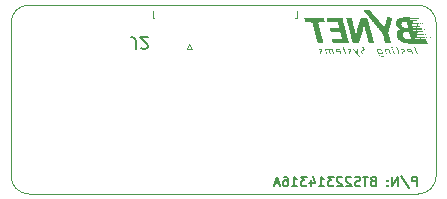
<source format=gbr>
G04 #@! TF.GenerationSoftware,KiCad,Pcbnew,7.0.2-0*
G04 #@! TF.CreationDate,2023-08-07T23:17:52+03:00*
G04 #@! TF.ProjectId,RJ45_Module,524a3435-5f4d-46f6-9475-6c652e6b6963,1.0*
G04 #@! TF.SameCoordinates,Original*
G04 #@! TF.FileFunction,Legend,Bot*
G04 #@! TF.FilePolarity,Positive*
%FSLAX46Y46*%
G04 Gerber Fmt 4.6, Leading zero omitted, Abs format (unit mm)*
G04 Created by KiCad (PCBNEW 7.0.2-0) date 2023-08-07 23:17:52*
%MOMM*%
%LPD*%
G01*
G04 APERTURE LIST*
%ADD10C,0.200000*%
%ADD11C,0.150000*%
%ADD12C,0.300000*%
%ADD13C,0.120000*%
G04 #@! TA.AperFunction,Profile*
%ADD14C,0.050000*%
G04 #@! TD*
G04 APERTURE END LIST*
D10*
X225104523Y-91120095D02*
X225104523Y-90320095D01*
X225104523Y-90320095D02*
X224799761Y-90320095D01*
X224799761Y-90320095D02*
X224723571Y-90358190D01*
X224723571Y-90358190D02*
X224685476Y-90396285D01*
X224685476Y-90396285D02*
X224647380Y-90472476D01*
X224647380Y-90472476D02*
X224647380Y-90586761D01*
X224647380Y-90586761D02*
X224685476Y-90662952D01*
X224685476Y-90662952D02*
X224723571Y-90701047D01*
X224723571Y-90701047D02*
X224799761Y-90739142D01*
X224799761Y-90739142D02*
X225104523Y-90739142D01*
X223733095Y-90282000D02*
X224418809Y-91310571D01*
X223466428Y-91120095D02*
X223466428Y-90320095D01*
X223466428Y-90320095D02*
X223009285Y-91120095D01*
X223009285Y-91120095D02*
X223009285Y-90320095D01*
X222628333Y-91043904D02*
X222590238Y-91082000D01*
X222590238Y-91082000D02*
X222628333Y-91120095D01*
X222628333Y-91120095D02*
X222666429Y-91082000D01*
X222666429Y-91082000D02*
X222628333Y-91043904D01*
X222628333Y-91043904D02*
X222628333Y-91120095D01*
X222628333Y-90624857D02*
X222590238Y-90662952D01*
X222590238Y-90662952D02*
X222628333Y-90701047D01*
X222628333Y-90701047D02*
X222666429Y-90662952D01*
X222666429Y-90662952D02*
X222628333Y-90624857D01*
X222628333Y-90624857D02*
X222628333Y-90701047D01*
X221371191Y-90701047D02*
X221256905Y-90739142D01*
X221256905Y-90739142D02*
X221218810Y-90777238D01*
X221218810Y-90777238D02*
X221180714Y-90853428D01*
X221180714Y-90853428D02*
X221180714Y-90967714D01*
X221180714Y-90967714D02*
X221218810Y-91043904D01*
X221218810Y-91043904D02*
X221256905Y-91082000D01*
X221256905Y-91082000D02*
X221333095Y-91120095D01*
X221333095Y-91120095D02*
X221637857Y-91120095D01*
X221637857Y-91120095D02*
X221637857Y-90320095D01*
X221637857Y-90320095D02*
X221371191Y-90320095D01*
X221371191Y-90320095D02*
X221295000Y-90358190D01*
X221295000Y-90358190D02*
X221256905Y-90396285D01*
X221256905Y-90396285D02*
X221218810Y-90472476D01*
X221218810Y-90472476D02*
X221218810Y-90548666D01*
X221218810Y-90548666D02*
X221256905Y-90624857D01*
X221256905Y-90624857D02*
X221295000Y-90662952D01*
X221295000Y-90662952D02*
X221371191Y-90701047D01*
X221371191Y-90701047D02*
X221637857Y-90701047D01*
X220952143Y-90320095D02*
X220495000Y-90320095D01*
X220723572Y-91120095D02*
X220723572Y-90320095D01*
X220266429Y-91082000D02*
X220152143Y-91120095D01*
X220152143Y-91120095D02*
X219961667Y-91120095D01*
X219961667Y-91120095D02*
X219885476Y-91082000D01*
X219885476Y-91082000D02*
X219847381Y-91043904D01*
X219847381Y-91043904D02*
X219809286Y-90967714D01*
X219809286Y-90967714D02*
X219809286Y-90891523D01*
X219809286Y-90891523D02*
X219847381Y-90815333D01*
X219847381Y-90815333D02*
X219885476Y-90777238D01*
X219885476Y-90777238D02*
X219961667Y-90739142D01*
X219961667Y-90739142D02*
X220114048Y-90701047D01*
X220114048Y-90701047D02*
X220190238Y-90662952D01*
X220190238Y-90662952D02*
X220228333Y-90624857D01*
X220228333Y-90624857D02*
X220266429Y-90548666D01*
X220266429Y-90548666D02*
X220266429Y-90472476D01*
X220266429Y-90472476D02*
X220228333Y-90396285D01*
X220228333Y-90396285D02*
X220190238Y-90358190D01*
X220190238Y-90358190D02*
X220114048Y-90320095D01*
X220114048Y-90320095D02*
X219923571Y-90320095D01*
X219923571Y-90320095D02*
X219809286Y-90358190D01*
X219504524Y-90396285D02*
X219466428Y-90358190D01*
X219466428Y-90358190D02*
X219390238Y-90320095D01*
X219390238Y-90320095D02*
X219199762Y-90320095D01*
X219199762Y-90320095D02*
X219123571Y-90358190D01*
X219123571Y-90358190D02*
X219085476Y-90396285D01*
X219085476Y-90396285D02*
X219047381Y-90472476D01*
X219047381Y-90472476D02*
X219047381Y-90548666D01*
X219047381Y-90548666D02*
X219085476Y-90662952D01*
X219085476Y-90662952D02*
X219542619Y-91120095D01*
X219542619Y-91120095D02*
X219047381Y-91120095D01*
X218742619Y-90396285D02*
X218704523Y-90358190D01*
X218704523Y-90358190D02*
X218628333Y-90320095D01*
X218628333Y-90320095D02*
X218437857Y-90320095D01*
X218437857Y-90320095D02*
X218361666Y-90358190D01*
X218361666Y-90358190D02*
X218323571Y-90396285D01*
X218323571Y-90396285D02*
X218285476Y-90472476D01*
X218285476Y-90472476D02*
X218285476Y-90548666D01*
X218285476Y-90548666D02*
X218323571Y-90662952D01*
X218323571Y-90662952D02*
X218780714Y-91120095D01*
X218780714Y-91120095D02*
X218285476Y-91120095D01*
X218018809Y-90320095D02*
X217523571Y-90320095D01*
X217523571Y-90320095D02*
X217790237Y-90624857D01*
X217790237Y-90624857D02*
X217675952Y-90624857D01*
X217675952Y-90624857D02*
X217599761Y-90662952D01*
X217599761Y-90662952D02*
X217561666Y-90701047D01*
X217561666Y-90701047D02*
X217523571Y-90777238D01*
X217523571Y-90777238D02*
X217523571Y-90967714D01*
X217523571Y-90967714D02*
X217561666Y-91043904D01*
X217561666Y-91043904D02*
X217599761Y-91082000D01*
X217599761Y-91082000D02*
X217675952Y-91120095D01*
X217675952Y-91120095D02*
X217904523Y-91120095D01*
X217904523Y-91120095D02*
X217980714Y-91082000D01*
X217980714Y-91082000D02*
X218018809Y-91043904D01*
X216761666Y-91120095D02*
X217218809Y-91120095D01*
X216990237Y-91120095D02*
X216990237Y-90320095D01*
X216990237Y-90320095D02*
X217066428Y-90434380D01*
X217066428Y-90434380D02*
X217142618Y-90510571D01*
X217142618Y-90510571D02*
X217218809Y-90548666D01*
X216075951Y-90586761D02*
X216075951Y-91120095D01*
X216266427Y-90282000D02*
X216456904Y-90853428D01*
X216456904Y-90853428D02*
X215961665Y-90853428D01*
X215733094Y-90320095D02*
X215237856Y-90320095D01*
X215237856Y-90320095D02*
X215504522Y-90624857D01*
X215504522Y-90624857D02*
X215390237Y-90624857D01*
X215390237Y-90624857D02*
X215314046Y-90662952D01*
X215314046Y-90662952D02*
X215275951Y-90701047D01*
X215275951Y-90701047D02*
X215237856Y-90777238D01*
X215237856Y-90777238D02*
X215237856Y-90967714D01*
X215237856Y-90967714D02*
X215275951Y-91043904D01*
X215275951Y-91043904D02*
X215314046Y-91082000D01*
X215314046Y-91082000D02*
X215390237Y-91120095D01*
X215390237Y-91120095D02*
X215618808Y-91120095D01*
X215618808Y-91120095D02*
X215694999Y-91082000D01*
X215694999Y-91082000D02*
X215733094Y-91043904D01*
X214475951Y-91120095D02*
X214933094Y-91120095D01*
X214704522Y-91120095D02*
X214704522Y-90320095D01*
X214704522Y-90320095D02*
X214780713Y-90434380D01*
X214780713Y-90434380D02*
X214856903Y-90510571D01*
X214856903Y-90510571D02*
X214933094Y-90548666D01*
X213790236Y-90320095D02*
X213942617Y-90320095D01*
X213942617Y-90320095D02*
X214018808Y-90358190D01*
X214018808Y-90358190D02*
X214056903Y-90396285D01*
X214056903Y-90396285D02*
X214133093Y-90510571D01*
X214133093Y-90510571D02*
X214171189Y-90662952D01*
X214171189Y-90662952D02*
X214171189Y-90967714D01*
X214171189Y-90967714D02*
X214133093Y-91043904D01*
X214133093Y-91043904D02*
X214094998Y-91082000D01*
X214094998Y-91082000D02*
X214018808Y-91120095D01*
X214018808Y-91120095D02*
X213866427Y-91120095D01*
X213866427Y-91120095D02*
X213790236Y-91082000D01*
X213790236Y-91082000D02*
X213752141Y-91043904D01*
X213752141Y-91043904D02*
X213714046Y-90967714D01*
X213714046Y-90967714D02*
X213714046Y-90777238D01*
X213714046Y-90777238D02*
X213752141Y-90701047D01*
X213752141Y-90701047D02*
X213790236Y-90662952D01*
X213790236Y-90662952D02*
X213866427Y-90624857D01*
X213866427Y-90624857D02*
X214018808Y-90624857D01*
X214018808Y-90624857D02*
X214094998Y-90662952D01*
X214094998Y-90662952D02*
X214133093Y-90701047D01*
X214133093Y-90701047D02*
X214171189Y-90777238D01*
X213409284Y-90891523D02*
X213028331Y-90891523D01*
X213485474Y-91120095D02*
X213218807Y-90320095D01*
X213218807Y-90320095D02*
X212952141Y-91120095D01*
D11*
X201281666Y-79527380D02*
X201281666Y-78813095D01*
X201281666Y-78813095D02*
X201234047Y-78670238D01*
X201234047Y-78670238D02*
X201138809Y-78575000D01*
X201138809Y-78575000D02*
X200995952Y-78527380D01*
X200995952Y-78527380D02*
X200900714Y-78527380D01*
X201710238Y-79432142D02*
X201757857Y-79479761D01*
X201757857Y-79479761D02*
X201853095Y-79527380D01*
X201853095Y-79527380D02*
X202091190Y-79527380D01*
X202091190Y-79527380D02*
X202186428Y-79479761D01*
X202186428Y-79479761D02*
X202234047Y-79432142D01*
X202234047Y-79432142D02*
X202281666Y-79336904D01*
X202281666Y-79336904D02*
X202281666Y-79241666D01*
X202281666Y-79241666D02*
X202234047Y-79098809D01*
X202234047Y-79098809D02*
X201662619Y-78527380D01*
X201662619Y-78527380D02*
X202281666Y-78527380D01*
D12*
D13*
X202737355Y-76940000D02*
X202737355Y-76340000D01*
X202847355Y-76940000D02*
X202737355Y-76940000D01*
X214887355Y-76940000D02*
X214887355Y-76340000D01*
X206012355Y-79530000D02*
X205612355Y-79530000D01*
X214777355Y-76940000D02*
X214887355Y-76940000D01*
X205812355Y-79130000D02*
X206012355Y-79530000D01*
X205612355Y-79530000D02*
X205812355Y-79130000D01*
G36*
X226260575Y-78509633D02*
G01*
X226266373Y-78522635D01*
X226265536Y-78536907D01*
X226256284Y-78548875D01*
X226252408Y-78551165D01*
X226238436Y-78552429D01*
X226227469Y-78541452D01*
X226222918Y-78530969D01*
X226222481Y-78514403D01*
X226233450Y-78503012D01*
X226236196Y-78501747D01*
X226249923Y-78501479D01*
X226260575Y-78509633D01*
G37*
G36*
X225897607Y-77801768D02*
G01*
X225906256Y-77813287D01*
X225908793Y-77832860D01*
X225899610Y-77854178D01*
X225896743Y-77857809D01*
X225882032Y-77867156D01*
X225865931Y-77867065D01*
X225851097Y-77859477D01*
X225840185Y-77846334D01*
X225835851Y-77829577D01*
X225840750Y-77811148D01*
X225844328Y-77805914D01*
X225860428Y-77794775D01*
X225879768Y-77793133D01*
X225897607Y-77801768D01*
G37*
G36*
X225842607Y-78271604D02*
G01*
X225854614Y-78289466D01*
X225856305Y-78309735D01*
X225845915Y-78328661D01*
X225845408Y-78329193D01*
X225831913Y-78339799D01*
X225819739Y-78344185D01*
X225815166Y-78343651D01*
X225799840Y-78335274D01*
X225787691Y-78320196D01*
X225782745Y-78302910D01*
X225784633Y-78290816D01*
X225794475Y-78274740D01*
X225809710Y-78264981D01*
X225826899Y-78263337D01*
X225842607Y-78271604D01*
G37*
G36*
X225688951Y-78007851D02*
G01*
X225708425Y-78015065D01*
X225721665Y-78030136D01*
X225727563Y-78049833D01*
X225725010Y-78070926D01*
X225712895Y-78090185D01*
X225703956Y-78097214D01*
X225684730Y-78102922D01*
X225665892Y-78098976D01*
X225650186Y-78087031D01*
X225640358Y-78068740D01*
X225639152Y-78045757D01*
X225645979Y-78025394D01*
X225660948Y-78011944D01*
X225684550Y-78007635D01*
X225688951Y-78007851D01*
G37*
G36*
X225519605Y-77322536D02*
G01*
X225535680Y-77330226D01*
X225548750Y-77343139D01*
X225554145Y-77357177D01*
X225551111Y-77370955D01*
X225542706Y-77387910D01*
X225532557Y-77399525D01*
X225526210Y-77402668D01*
X225508269Y-77402709D01*
X225490645Y-77391685D01*
X225481611Y-77378098D01*
X225478560Y-77358880D01*
X225483714Y-77340698D01*
X225495878Y-77327150D01*
X225513855Y-77321835D01*
X225519605Y-77322536D01*
G37*
G36*
X225359816Y-76872318D02*
G01*
X225377047Y-76877850D01*
X225387479Y-76891036D01*
X225389349Y-76895612D01*
X225391235Y-76916380D01*
X225383794Y-76934786D01*
X225368500Y-76946521D01*
X225357237Y-76949313D01*
X225337737Y-76946419D01*
X225324240Y-76933653D01*
X225319195Y-76912696D01*
X225319285Y-76908374D01*
X225324200Y-76886417D01*
X225336848Y-76874423D01*
X225357532Y-76872072D01*
X225359816Y-76872318D01*
G37*
G36*
X226111384Y-78484331D02*
G01*
X226127184Y-78492513D01*
X226139641Y-78507606D01*
X226144695Y-78525160D01*
X226141603Y-78538607D01*
X226131995Y-78553735D01*
X226127076Y-78558048D01*
X226109926Y-78565320D01*
X226093722Y-78562913D01*
X226080610Y-78553054D01*
X226072738Y-78537975D01*
X226072251Y-78519904D01*
X226081297Y-78501072D01*
X226082145Y-78500023D01*
X226094962Y-78488590D01*
X226107056Y-78483885D01*
X226111384Y-78484331D01*
G37*
G36*
X225920638Y-78472480D02*
G01*
X225939325Y-78486355D01*
X225947470Y-78498345D01*
X225954198Y-78522579D01*
X225950678Y-78546606D01*
X225937711Y-78567166D01*
X225916095Y-78581000D01*
X225900378Y-78584445D01*
X225886890Y-78580269D01*
X225871157Y-78566923D01*
X225870569Y-78566331D01*
X225856690Y-78547210D01*
X225852595Y-78526002D01*
X225854378Y-78510667D01*
X225864246Y-78489547D01*
X225880387Y-78475316D01*
X225900088Y-78469214D01*
X225920638Y-78472480D01*
G37*
G36*
X222960630Y-79318253D02*
G01*
X222980786Y-79327701D01*
X222998741Y-79343409D01*
X223012076Y-79365027D01*
X223017025Y-79378698D01*
X223017284Y-79390132D01*
X223011161Y-79402061D01*
X223001125Y-79411748D01*
X222983125Y-79416746D01*
X222962406Y-79413806D01*
X222941672Y-79404278D01*
X222923624Y-79389513D01*
X222910965Y-79370863D01*
X222906397Y-79349680D01*
X222911153Y-79330988D01*
X222923393Y-79319545D01*
X222940692Y-79315417D01*
X222960630Y-79318253D01*
G37*
G36*
X225391372Y-77309035D02*
G01*
X225406857Y-77322149D01*
X225417050Y-77340606D01*
X225420586Y-77362089D01*
X225416102Y-77384283D01*
X225402234Y-77404873D01*
X225397473Y-77409452D01*
X225380697Y-77420890D01*
X225364323Y-77421739D01*
X225344038Y-77412570D01*
X225342728Y-77411771D01*
X225325566Y-77394386D01*
X225317422Y-77371931D01*
X225318215Y-77347983D01*
X225327867Y-77326117D01*
X225346299Y-77309911D01*
X225349981Y-77308098D01*
X225371959Y-77303580D01*
X225391372Y-77309035D01*
G37*
G36*
X225721490Y-77777654D02*
G01*
X225739016Y-77791399D01*
X225752165Y-77810080D01*
X225757345Y-77829835D01*
X225753822Y-77847271D01*
X225738784Y-77868423D01*
X225734654Y-77872321D01*
X225713550Y-77884798D01*
X225692333Y-77884611D01*
X225670531Y-77871783D01*
X225663076Y-77864591D01*
X225654974Y-77850207D01*
X225652859Y-77829835D01*
X225653374Y-77818107D01*
X225658273Y-77801630D01*
X225670531Y-77787886D01*
X225671956Y-77786702D01*
X225688586Y-77776763D01*
X225704213Y-77772685D01*
X225721490Y-77777654D01*
G37*
G36*
X225209876Y-76861848D02*
G01*
X225225526Y-76878646D01*
X225234315Y-76903086D01*
X225235392Y-76914195D01*
X225232180Y-76929534D01*
X225220836Y-76945948D01*
X225217547Y-76949707D01*
X225201537Y-76962498D01*
X225183694Y-76966137D01*
X225182484Y-76966128D01*
X225164617Y-76964193D01*
X225152051Y-76956832D01*
X225139440Y-76941009D01*
X225130270Y-76920122D01*
X225131485Y-76895600D01*
X225145135Y-76871472D01*
X225149256Y-76867043D01*
X225168992Y-76855071D01*
X225190115Y-76853665D01*
X225209876Y-76861848D01*
G37*
G36*
X223055420Y-79506341D02*
G01*
X223139627Y-79736475D01*
X223143529Y-79747144D01*
X223161993Y-79797779D01*
X223178912Y-79844414D01*
X223193811Y-79885727D01*
X223206219Y-79920399D01*
X223215662Y-79947110D01*
X223221668Y-79964541D01*
X223223765Y-79971372D01*
X223218754Y-79973660D01*
X223204209Y-79975449D01*
X223183479Y-79976135D01*
X223143262Y-79976135D01*
X223113005Y-79892126D01*
X223108937Y-79880835D01*
X223096303Y-79845777D01*
X223080919Y-79803105D01*
X223063898Y-79755905D01*
X223046353Y-79707263D01*
X223029397Y-79660265D01*
X223017993Y-79628590D01*
X223004448Y-79590764D01*
X222992897Y-79558273D01*
X222983924Y-79532769D01*
X222978112Y-79515902D01*
X222976045Y-79509324D01*
X222980825Y-79507865D01*
X222995168Y-79506710D01*
X223015733Y-79506288D01*
X223055420Y-79506341D01*
G37*
G36*
X219837475Y-79641172D02*
G01*
X219856000Y-79667517D01*
X219884076Y-79707478D01*
X219910919Y-79745723D01*
X219935009Y-79780087D01*
X219954826Y-79808400D01*
X219968851Y-79828497D01*
X219979553Y-79843811D01*
X219993076Y-79862936D01*
X220002539Y-79876031D01*
X220006362Y-79880888D01*
X220006440Y-79880281D01*
X220006589Y-79870563D01*
X220006587Y-79850197D01*
X220006444Y-79820749D01*
X220006170Y-79783784D01*
X220005772Y-79740867D01*
X220005261Y-79693563D01*
X220003102Y-79506235D01*
X220100084Y-79506235D01*
X220096088Y-79609422D01*
X220095089Y-79635039D01*
X220093203Y-79682889D01*
X220091106Y-79735600D01*
X220088987Y-79788379D01*
X220087039Y-79836435D01*
X220081987Y-79960260D01*
X220098429Y-79984757D01*
X220099497Y-79986327D01*
X220126369Y-80018326D01*
X220162115Y-80050523D01*
X220203434Y-80080251D01*
X220247026Y-80104844D01*
X220302482Y-80131710D01*
X220302589Y-80164992D01*
X220302695Y-80198275D01*
X220261760Y-80182867D01*
X220257763Y-80181347D01*
X220231561Y-80170451D01*
X220206574Y-80158054D01*
X220182090Y-80143418D01*
X220157399Y-80125801D01*
X220131790Y-80104463D01*
X220104551Y-80078665D01*
X220074972Y-80047667D01*
X220042342Y-80010728D01*
X220005951Y-79967109D01*
X219965087Y-79916068D01*
X219919040Y-79856867D01*
X219867098Y-79788765D01*
X219808552Y-79711022D01*
X219655014Y-79506235D01*
X219742549Y-79506235D01*
X219837475Y-79641172D01*
G37*
G36*
X225134493Y-79341795D02*
G01*
X225136254Y-79347613D01*
X225141808Y-79365287D01*
X225145703Y-79376720D01*
X225145910Y-79378827D01*
X225142436Y-79381658D01*
X225132722Y-79383600D01*
X225115154Y-79384802D01*
X225088118Y-79385414D01*
X225050000Y-79385585D01*
X225029536Y-79385705D01*
X224998358Y-79386406D01*
X224973425Y-79387628D01*
X224956886Y-79389251D01*
X224950895Y-79391153D01*
X224950947Y-79391756D01*
X224951918Y-79395790D01*
X224954346Y-79403605D01*
X224958522Y-79416014D01*
X224964739Y-79433831D01*
X224973288Y-79457872D01*
X224984463Y-79488948D01*
X224998556Y-79527876D01*
X225015859Y-79575468D01*
X225036664Y-79632539D01*
X225061263Y-79699903D01*
X225089950Y-79778374D01*
X225100290Y-79806676D01*
X225116523Y-79851222D01*
X225130960Y-79890983D01*
X225143087Y-79924534D01*
X225152387Y-79950445D01*
X225158345Y-79967289D01*
X225160445Y-79973637D01*
X225155332Y-79974847D01*
X225140696Y-79975778D01*
X225119876Y-79976135D01*
X225079306Y-79976135D01*
X225055595Y-79911047D01*
X225052408Y-79902310D01*
X225041681Y-79872975D01*
X225027987Y-79835602D01*
X225012347Y-79792974D01*
X224995782Y-79747874D01*
X224979312Y-79703085D01*
X224974379Y-79689675D01*
X224956914Y-79642187D01*
X224939089Y-79593693D01*
X224922091Y-79547424D01*
X224907106Y-79506611D01*
X224895322Y-79474485D01*
X224863903Y-79388760D01*
X224761349Y-79387015D01*
X224737825Y-79386576D01*
X224706422Y-79385856D01*
X224681372Y-79385117D01*
X224664790Y-79384423D01*
X224658792Y-79383840D01*
X224657626Y-79380178D01*
X224653023Y-79367469D01*
X224646118Y-79349072D01*
X224633447Y-79315735D01*
X225126685Y-79315735D01*
X225134493Y-79341795D01*
G37*
G36*
X219335140Y-79497051D02*
G01*
X219360623Y-79497969D01*
X219380287Y-79500955D01*
X219398973Y-79506974D01*
X219421519Y-79516992D01*
X219439344Y-79526320D01*
X219475376Y-79551609D01*
X219504495Y-79581223D01*
X219525699Y-79613424D01*
X219537984Y-79646472D01*
X219540348Y-79678631D01*
X219531789Y-79708162D01*
X219524760Y-79719047D01*
X219508299Y-79735363D01*
X219483346Y-79752420D01*
X219448049Y-79771620D01*
X219430475Y-79781652D01*
X219411972Y-79795287D01*
X219401369Y-79807161D01*
X219396307Y-79828694D01*
X219401224Y-79852665D01*
X219414501Y-79876417D01*
X219434374Y-79897564D01*
X219459074Y-79913723D01*
X219486835Y-79922509D01*
X219501473Y-79924137D01*
X219538822Y-79923850D01*
X219573709Y-79917889D01*
X219601406Y-79906899D01*
X219622625Y-79894379D01*
X219667509Y-79956855D01*
X219647006Y-79967457D01*
X219646471Y-79967733D01*
X219627540Y-79976606D01*
X219610587Y-79983256D01*
X219595688Y-79986212D01*
X219568019Y-79987621D01*
X219535038Y-79986437D01*
X219500741Y-79982967D01*
X219469119Y-79977520D01*
X219444165Y-79970405D01*
X219435813Y-79966860D01*
X219404799Y-79949141D01*
X219374566Y-79925841D01*
X219348876Y-79900139D01*
X219331492Y-79875214D01*
X219317602Y-79843682D01*
X219309269Y-79808075D01*
X219312144Y-79777347D01*
X219326595Y-79750450D01*
X219352991Y-79726337D01*
X219391701Y-79703961D01*
X219416645Y-79690606D01*
X219438279Y-79674532D01*
X219449983Y-79658070D01*
X219453190Y-79639720D01*
X219450301Y-79621381D01*
X219437129Y-79596028D01*
X219415278Y-79575895D01*
X219386870Y-79561904D01*
X219354027Y-79554977D01*
X219318870Y-79556036D01*
X219283520Y-79566002D01*
X219258120Y-79576771D01*
X219243519Y-79558965D01*
X219234254Y-79547467D01*
X219223554Y-79532044D01*
X219221109Y-79522048D01*
X219226756Y-79514881D01*
X219240334Y-79507941D01*
X219252156Y-79503824D01*
X219281451Y-79498821D01*
X219321620Y-79497049D01*
X219335140Y-79497051D01*
G37*
G36*
X223846525Y-79496971D02*
G01*
X223875780Y-79497727D01*
X223897620Y-79500338D01*
X223916799Y-79505685D01*
X223938070Y-79514652D01*
X223973240Y-79534684D01*
X224006842Y-79562315D01*
X224033592Y-79593829D01*
X224052174Y-79627300D01*
X224061273Y-79660805D01*
X224059574Y-79692418D01*
X224055269Y-79702982D01*
X224038408Y-79724099D01*
X224011240Y-79745946D01*
X223975145Y-79767299D01*
X223966960Y-79771620D01*
X223940549Y-79787967D01*
X223924561Y-79803508D01*
X223917487Y-79820148D01*
X223917820Y-79839793D01*
X223925064Y-79864071D01*
X223943677Y-79891002D01*
X223971245Y-79910602D01*
X224006428Y-79921998D01*
X224047886Y-79924321D01*
X224056973Y-79923625D01*
X224090281Y-79918013D01*
X224117086Y-79908726D01*
X224143701Y-79895546D01*
X224163123Y-79922591D01*
X224170273Y-79932965D01*
X224179098Y-79947405D01*
X224182545Y-79955571D01*
X224179023Y-79959949D01*
X224166285Y-79967756D01*
X224147324Y-79976569D01*
X224125395Y-79984727D01*
X224125221Y-79984782D01*
X224114035Y-79986392D01*
X224094417Y-79987666D01*
X224070502Y-79988333D01*
X224050580Y-79987773D01*
X224002161Y-79980604D01*
X223956202Y-79966263D01*
X223917395Y-79946046D01*
X223911100Y-79941588D01*
X223881565Y-79914566D01*
X223857156Y-79882265D01*
X223839382Y-79847515D01*
X223829756Y-79813146D01*
X223829790Y-79781988D01*
X223832318Y-79773169D01*
X223846831Y-79749691D01*
X223871121Y-79727417D01*
X223903145Y-79708396D01*
X223933567Y-79692503D01*
X223956314Y-79676401D01*
X223969028Y-79660629D01*
X223972972Y-79644024D01*
X223972877Y-79640901D01*
X223965901Y-79614441D01*
X223949782Y-79589299D01*
X223927223Y-79569859D01*
X223926956Y-79569697D01*
X223893693Y-79555865D01*
X223857613Y-79553471D01*
X223817158Y-79562411D01*
X223806681Y-79565846D01*
X223786606Y-79570569D01*
X223772836Y-79568459D01*
X223761498Y-79558149D01*
X223748717Y-79538271D01*
X223737163Y-79518655D01*
X223761417Y-79507788D01*
X223778110Y-79502254D01*
X223805526Y-79498213D01*
X223842820Y-79496963D01*
X223846525Y-79496971D01*
G37*
G36*
X216896491Y-79497946D02*
G01*
X216916229Y-79500891D01*
X216934860Y-79506841D01*
X216957206Y-79516752D01*
X216992888Y-79537136D01*
X217025905Y-79564211D01*
X217051161Y-79594373D01*
X217068085Y-79626107D01*
X217076102Y-79657899D01*
X217074643Y-79688236D01*
X217063133Y-79715603D01*
X217041002Y-79738485D01*
X217028028Y-79747040D01*
X217007000Y-79759572D01*
X216984047Y-79772274D01*
X216956200Y-79790021D01*
X216937185Y-79810449D01*
X216930845Y-79831553D01*
X216931004Y-79834214D01*
X216936831Y-79852455D01*
X216948938Y-79873665D01*
X216964434Y-79893424D01*
X216980426Y-79907310D01*
X216984022Y-79909362D01*
X217010368Y-79918399D01*
X217043235Y-79922807D01*
X217078096Y-79922566D01*
X217110426Y-79917653D01*
X217135699Y-79908047D01*
X217159577Y-79893935D01*
X217181412Y-79923922D01*
X217189757Y-79935877D01*
X217197097Y-79950684D01*
X217195170Y-79961032D01*
X217182958Y-79969439D01*
X217159445Y-79978427D01*
X217132226Y-79985109D01*
X217088304Y-79988500D01*
X217041532Y-79985307D01*
X216996327Y-79975914D01*
X216957107Y-79960710D01*
X216923708Y-79938742D01*
X216894090Y-79910045D01*
X216870346Y-79877330D01*
X216853882Y-79842950D01*
X216846103Y-79809259D01*
X216848415Y-79778613D01*
X216856915Y-79758777D01*
X216871970Y-79740719D01*
X216895450Y-79722774D01*
X216929255Y-79703168D01*
X216930163Y-79702684D01*
X216952670Y-79689259D01*
X216971811Y-79675421D01*
X216983529Y-79664091D01*
X216990098Y-79653717D01*
X216992433Y-79641509D01*
X216988329Y-79624721D01*
X216986400Y-79619819D01*
X216974653Y-79600343D01*
X216959116Y-79583019D01*
X216935364Y-79566547D01*
X216899952Y-79554898D01*
X216860805Y-79555219D01*
X216818337Y-79567556D01*
X216816162Y-79568456D01*
X216802190Y-79573872D01*
X216794830Y-79576085D01*
X216791886Y-79573614D01*
X216783389Y-79563180D01*
X216771990Y-79547357D01*
X216752225Y-79518629D01*
X216776448Y-79507977D01*
X216788577Y-79503766D01*
X216817805Y-79498805D01*
X216857820Y-79497049D01*
X216870823Y-79497048D01*
X216896491Y-79497946D01*
G37*
G36*
X218838206Y-79371012D02*
G01*
X218859810Y-79375300D01*
X218882535Y-79381118D01*
X218897859Y-79388737D01*
X218908774Y-79400665D01*
X218918271Y-79419415D01*
X218929343Y-79447497D01*
X218951828Y-79506235D01*
X219025152Y-79506235D01*
X219034888Y-79534810D01*
X219044625Y-79563385D01*
X219010085Y-79563385D01*
X218996077Y-79563797D01*
X218981285Y-79565530D01*
X218975545Y-79568156D01*
X218976447Y-79571555D01*
X218981024Y-79585534D01*
X218988942Y-79608622D01*
X218999606Y-79639111D01*
X219012420Y-79675289D01*
X219026791Y-79715449D01*
X219034862Y-79738093D01*
X219049255Y-79779482D01*
X219062096Y-79817672D01*
X219072673Y-79850484D01*
X219080275Y-79875739D01*
X219084190Y-79891260D01*
X219086384Y-79908537D01*
X219083764Y-79939798D01*
X219071656Y-79963666D01*
X219050396Y-79979268D01*
X219041791Y-79982110D01*
X219017754Y-79986144D01*
X218988974Y-79987806D01*
X218960644Y-79986911D01*
X218937956Y-79983273D01*
X218925882Y-79975852D01*
X218914627Y-79956919D01*
X218911890Y-79949208D01*
X218906676Y-79930789D01*
X218908204Y-79920996D01*
X218917802Y-79917499D01*
X218936795Y-79917966D01*
X218939211Y-79918128D01*
X218957456Y-79918733D01*
X218972141Y-79917366D01*
X218983168Y-79913132D01*
X218990437Y-79905135D01*
X218993848Y-79892481D01*
X218993304Y-79874275D01*
X218988705Y-79849621D01*
X218979952Y-79817625D01*
X218966946Y-79777391D01*
X218949587Y-79728023D01*
X218927777Y-79668628D01*
X218901417Y-79598310D01*
X218889452Y-79566560D01*
X218827478Y-79564739D01*
X218803073Y-79564024D01*
X218782618Y-79562608D01*
X218769869Y-79559120D01*
X218762094Y-79551989D01*
X218756562Y-79539647D01*
X218750541Y-79520522D01*
X218750178Y-79519348D01*
X218748931Y-79513019D01*
X218751414Y-79509146D01*
X218759869Y-79507127D01*
X218776540Y-79506357D01*
X218803668Y-79506235D01*
X218820661Y-79506238D01*
X218841851Y-79505461D01*
X218854728Y-79502076D01*
X218860126Y-79494203D01*
X218858880Y-79479963D01*
X218851824Y-79457475D01*
X218839793Y-79424862D01*
X218818341Y-79367161D01*
X218838206Y-79371012D01*
G37*
G36*
X222513897Y-79498487D02*
G01*
X222555143Y-79510166D01*
X222596349Y-79529769D01*
X222635764Y-79557219D01*
X222650845Y-79569151D01*
X222663358Y-79577930D01*
X222669046Y-79580400D01*
X222669308Y-79579761D01*
X222667755Y-79571079D01*
X222662565Y-79556422D01*
X222660329Y-79550967D01*
X222651515Y-79528607D01*
X222648362Y-79515301D01*
X222651777Y-79508707D01*
X222662665Y-79506479D01*
X222681930Y-79506275D01*
X222718870Y-79506315D01*
X222746575Y-79587237D01*
X222751312Y-79600926D01*
X222763539Y-79635523D01*
X222778651Y-79677603D01*
X222795590Y-79724243D01*
X222813297Y-79772518D01*
X222830712Y-79819503D01*
X222843824Y-79854737D01*
X222857841Y-79892584D01*
X222869774Y-79924999D01*
X222879030Y-79950364D01*
X222885018Y-79967067D01*
X222887145Y-79973490D01*
X222882057Y-79974769D01*
X222867443Y-79975757D01*
X222846641Y-79976135D01*
X222843670Y-79976132D01*
X222822659Y-79975640D01*
X222810546Y-79973408D01*
X222803906Y-79968173D01*
X222799314Y-79958672D01*
X222798313Y-79956092D01*
X222790362Y-79935059D01*
X222779267Y-79905098D01*
X222765971Y-79868795D01*
X222751417Y-79828735D01*
X222736549Y-79787504D01*
X222722310Y-79747685D01*
X222707630Y-79708697D01*
X222691942Y-79673761D01*
X222675894Y-79646480D01*
X222657954Y-79624299D01*
X222636591Y-79604666D01*
X222611958Y-79587097D01*
X222572298Y-79569241D01*
X222531069Y-79563385D01*
X222525324Y-79563457D01*
X222494830Y-79567490D01*
X222473951Y-79578175D01*
X222461263Y-79596179D01*
X222459983Y-79599507D01*
X222456293Y-79615535D01*
X222455916Y-79635027D01*
X222459157Y-79659338D01*
X222466323Y-79689828D01*
X222477719Y-79727854D01*
X222493653Y-79774774D01*
X222514430Y-79831945D01*
X222568174Y-79976681D01*
X222526155Y-79974820D01*
X222484135Y-79972960D01*
X222441097Y-79855485D01*
X222427746Y-79818855D01*
X222413232Y-79778636D01*
X222399932Y-79741396D01*
X222388911Y-79710113D01*
X222381229Y-79687764D01*
X222372036Y-79655854D01*
X222364979Y-79612260D01*
X222365943Y-79574949D01*
X222375004Y-79545641D01*
X222383551Y-79532577D01*
X222407438Y-79511779D01*
X222438293Y-79499216D01*
X222474363Y-79494812D01*
X222513897Y-79498487D01*
G37*
G36*
X220421754Y-79314541D02*
G01*
X220474621Y-79331394D01*
X220524010Y-79356111D01*
X220567445Y-79388212D01*
X220590418Y-79413316D01*
X220613563Y-79447811D01*
X220631834Y-79484835D01*
X220642444Y-79519511D01*
X220643418Y-79549695D01*
X220633381Y-79583507D01*
X220612048Y-79614930D01*
X220580172Y-79642900D01*
X220538504Y-79666355D01*
X220521781Y-79674171D01*
X220485726Y-79694213D01*
X220460871Y-79714305D01*
X220446209Y-79735729D01*
X220440735Y-79759768D01*
X220443444Y-79787705D01*
X220447355Y-79802264D01*
X220465507Y-79839129D01*
X220492987Y-79869885D01*
X220528098Y-79893781D01*
X220569141Y-79910069D01*
X220614418Y-79917999D01*
X220662231Y-79916820D01*
X220710883Y-79905784D01*
X220730473Y-79898767D01*
X220747570Y-79891667D01*
X220756403Y-79886734D01*
X220758757Y-79884707D01*
X220766672Y-79880885D01*
X220767039Y-79880964D01*
X220773383Y-79887068D01*
X220784353Y-79901090D01*
X220798066Y-79920495D01*
X220812639Y-79942750D01*
X220811929Y-79947697D01*
X220802027Y-79956130D01*
X220784184Y-79965539D01*
X220760884Y-79974665D01*
X220734612Y-79982251D01*
X220720844Y-79984786D01*
X220686901Y-79987563D01*
X220648164Y-79987466D01*
X220609641Y-79984597D01*
X220576336Y-79979057D01*
X220553863Y-79972788D01*
X220502781Y-79951043D01*
X220456361Y-79920988D01*
X220416209Y-79884246D01*
X220383934Y-79842438D01*
X220361143Y-79797186D01*
X220349442Y-79750113D01*
X220348382Y-79730208D01*
X220353263Y-79699737D01*
X220367275Y-79672228D01*
X220391290Y-79646594D01*
X220426183Y-79621747D01*
X220472826Y-79596602D01*
X220476179Y-79594958D01*
X220510445Y-79575510D01*
X220533420Y-79556220D01*
X220546316Y-79535777D01*
X220550345Y-79512873D01*
X220544860Y-79477305D01*
X220528780Y-79444650D01*
X220503823Y-79417039D01*
X220471712Y-79395370D01*
X220434170Y-79380537D01*
X220392920Y-79373436D01*
X220349686Y-79374962D01*
X220306191Y-79386010D01*
X220290365Y-79391306D01*
X220273715Y-79395248D01*
X220264760Y-79395211D01*
X220261142Y-79391882D01*
X220251360Y-79380091D01*
X220239423Y-79363690D01*
X220220436Y-79336094D01*
X220243196Y-79325293D01*
X220267027Y-79315974D01*
X220315482Y-79306351D01*
X220367882Y-79306034D01*
X220421754Y-79314541D01*
G37*
G36*
X223359310Y-79370993D02*
G01*
X223381993Y-79375503D01*
X223404593Y-79381323D01*
X223419727Y-79388868D01*
X223430292Y-79400553D01*
X223439183Y-79418792D01*
X223449300Y-79446000D01*
X223469834Y-79503060D01*
X223507513Y-79504919D01*
X223508348Y-79504961D01*
X223529196Y-79506451D01*
X223541109Y-79509500D01*
X223547734Y-79515939D01*
X223552718Y-79527595D01*
X223558851Y-79547126D01*
X223558106Y-79557938D01*
X223548590Y-79562468D01*
X223528495Y-79563385D01*
X223520193Y-79563537D01*
X223502543Y-79565972D01*
X223496745Y-79571450D01*
X223498028Y-79577040D01*
X223503075Y-79593197D01*
X223511276Y-79617475D01*
X223521908Y-79647744D01*
X223534248Y-79681878D01*
X223534388Y-79682260D01*
X223554471Y-79737408D01*
X223570444Y-79782161D01*
X223582748Y-79817974D01*
X223591826Y-79846299D01*
X223598119Y-79868589D01*
X223602067Y-79886296D01*
X223604112Y-79900874D01*
X223604695Y-79913774D01*
X223604313Y-79927158D01*
X223599848Y-79951621D01*
X223589188Y-79968139D01*
X223570858Y-79979578D01*
X223561829Y-79982495D01*
X223537947Y-79986312D01*
X223509387Y-79987808D01*
X223481278Y-79986817D01*
X223458747Y-79983177D01*
X223453566Y-79981141D01*
X223442013Y-79970115D01*
X223431872Y-79948885D01*
X223420770Y-79918985D01*
X223457544Y-79918985D01*
X223471260Y-79918719D01*
X223494940Y-79915538D01*
X223508805Y-79907520D01*
X223514678Y-79893116D01*
X223514383Y-79870783D01*
X223513923Y-79867791D01*
X223509768Y-79851061D01*
X223502126Y-79825320D01*
X223491748Y-79792770D01*
X223479387Y-79755609D01*
X223465795Y-79716040D01*
X223451725Y-79676261D01*
X223437928Y-79638473D01*
X223425158Y-79604877D01*
X223414166Y-79577672D01*
X223410518Y-79571050D01*
X223404620Y-79566858D01*
X223393866Y-79564556D01*
X223375641Y-79563584D01*
X223347333Y-79563385D01*
X223286547Y-79563385D01*
X223277346Y-79541363D01*
X223276061Y-79538223D01*
X223270432Y-79522572D01*
X223268145Y-79512788D01*
X223268491Y-79511937D01*
X223277296Y-79508893D01*
X223296771Y-79506930D01*
X223325295Y-79506235D01*
X223326772Y-79506234D01*
X223354297Y-79505804D01*
X223371343Y-79504344D01*
X223380022Y-79501513D01*
X223382445Y-79496969D01*
X223381602Y-79492045D01*
X223377252Y-79476422D01*
X223370036Y-79453863D01*
X223360897Y-79427413D01*
X223339349Y-79367123D01*
X223359310Y-79370993D01*
G37*
G36*
X218640796Y-79696916D02*
G01*
X218651138Y-79718481D01*
X218671883Y-79773669D01*
X218682229Y-79823961D01*
X218682287Y-79868811D01*
X218672169Y-79907676D01*
X218651989Y-79940009D01*
X218621857Y-79965266D01*
X218581887Y-79982901D01*
X218579329Y-79983615D01*
X218554904Y-79987104D01*
X218522338Y-79987934D01*
X218485100Y-79986413D01*
X218446660Y-79982852D01*
X218410485Y-79977559D01*
X218380047Y-79970844D01*
X218358814Y-79963016D01*
X218355147Y-79959019D01*
X218349436Y-79945725D01*
X218345139Y-79928583D01*
X218343420Y-79912779D01*
X218345445Y-79903502D01*
X218348028Y-79903353D01*
X218359803Y-79905764D01*
X218377394Y-79910813D01*
X218383783Y-79912535D01*
X218407409Y-79916662D01*
X218436966Y-79919740D01*
X218467545Y-79921203D01*
X218498512Y-79920724D01*
X218533559Y-79916172D01*
X218559446Y-79906413D01*
X218577880Y-79890712D01*
X218590569Y-79868336D01*
X218593564Y-79860443D01*
X218599666Y-79836361D01*
X218599672Y-79812110D01*
X218593792Y-79782096D01*
X218586688Y-79753885D01*
X218250931Y-79753885D01*
X218239081Y-79726897D01*
X218236540Y-79720897D01*
X218223325Y-79678385D01*
X218217425Y-79635474D01*
X218217529Y-79632385D01*
X218296173Y-79632385D01*
X218297365Y-79658569D01*
X218302288Y-79680446D01*
X218308481Y-79696735D01*
X218435638Y-79696735D01*
X218443428Y-79696724D01*
X218481360Y-79696356D01*
X218514153Y-79695524D01*
X218539917Y-79694312D01*
X218556761Y-79692804D01*
X218562795Y-79691083D01*
X218562691Y-79690116D01*
X218557508Y-79679290D01*
X218546133Y-79662550D01*
X218530822Y-79642705D01*
X218513830Y-79622567D01*
X218497411Y-79604946D01*
X218483821Y-79592652D01*
X218462648Y-79578901D01*
X218432858Y-79564501D01*
X218403164Y-79554457D01*
X218378373Y-79550685D01*
X218374903Y-79550766D01*
X218348239Y-79555960D01*
X218323672Y-79567554D01*
X218306450Y-79583177D01*
X218304121Y-79587248D01*
X218298497Y-79606932D01*
X218296173Y-79632385D01*
X218217529Y-79632385D01*
X218218785Y-79594896D01*
X218227349Y-79559385D01*
X218243060Y-79531675D01*
X218257218Y-79519445D01*
X218283937Y-79506005D01*
X218316165Y-79496891D01*
X218349889Y-79493535D01*
X218370345Y-79494923D01*
X218408011Y-79502186D01*
X218447330Y-79514370D01*
X218482945Y-79530007D01*
X218498534Y-79539437D01*
X218529801Y-79563669D01*
X218562497Y-79594532D01*
X218593785Y-79629028D01*
X218620831Y-79664155D01*
X218637241Y-79691083D01*
X218640796Y-79696916D01*
G37*
G36*
X224706479Y-79731220D02*
G01*
X224728272Y-79795160D01*
X224731952Y-79811713D01*
X224734904Y-79856302D01*
X224727224Y-79896368D01*
X224709482Y-79930649D01*
X224682249Y-79957883D01*
X224646095Y-79976810D01*
X224635122Y-79980064D01*
X224601114Y-79985514D01*
X224560581Y-79987321D01*
X224517512Y-79985580D01*
X224475895Y-79980389D01*
X224439720Y-79971841D01*
X224433088Y-79969726D01*
X224415011Y-79963254D01*
X224405185Y-79956873D01*
X224400540Y-79947719D01*
X224398007Y-79932928D01*
X224397167Y-79926041D01*
X224396071Y-79910894D01*
X224396755Y-79903742D01*
X224398581Y-79903409D01*
X224409485Y-79905121D01*
X224426316Y-79909565D01*
X224449342Y-79915387D01*
X224492225Y-79921752D01*
X224534641Y-79923208D01*
X224571137Y-79919386D01*
X224572572Y-79919080D01*
X224606589Y-79906136D01*
X224631597Y-79884834D01*
X224646951Y-79856351D01*
X224652008Y-79821864D01*
X224646121Y-79782550D01*
X224638095Y-79753885D01*
X224471423Y-79753885D01*
X224455439Y-79753873D01*
X224404751Y-79753626D01*
X224365350Y-79753017D01*
X224336127Y-79751996D01*
X224315977Y-79750511D01*
X224303791Y-79748511D01*
X224298463Y-79745947D01*
X224294140Y-79739394D01*
X224284348Y-79716340D01*
X224276168Y-79686150D01*
X224270539Y-79652751D01*
X224269205Y-79632385D01*
X224347723Y-79632385D01*
X224348915Y-79658569D01*
X224353838Y-79680446D01*
X224360031Y-79696735D01*
X224487188Y-79696735D01*
X224495176Y-79696728D01*
X224533011Y-79696512D01*
X224565745Y-79696024D01*
X224591479Y-79695316D01*
X224608312Y-79694436D01*
X224614345Y-79693433D01*
X224614310Y-79692853D01*
X224609631Y-79682029D01*
X224598607Y-79665127D01*
X224583414Y-79645038D01*
X224566228Y-79624656D01*
X224549226Y-79606874D01*
X224527230Y-79588710D01*
X224494155Y-79568857D01*
X224460310Y-79555546D01*
X224429753Y-79550685D01*
X224426244Y-79550769D01*
X224399691Y-79555984D01*
X224375184Y-79567582D01*
X224358000Y-79583177D01*
X224355671Y-79587248D01*
X224350047Y-79606932D01*
X224347723Y-79632385D01*
X224269205Y-79632385D01*
X224268399Y-79620071D01*
X224268841Y-79595347D01*
X224271158Y-79576408D01*
X224276425Y-79561362D01*
X224285706Y-79545635D01*
X224291608Y-79537329D01*
X224313906Y-79515488D01*
X224342083Y-79501977D01*
X224378978Y-79495263D01*
X224392861Y-79494418D01*
X224446902Y-79498779D01*
X224499773Y-79514602D01*
X224550327Y-79540903D01*
X224597421Y-79576699D01*
X224639908Y-79621006D01*
X224676642Y-79672841D01*
X224687166Y-79693433D01*
X224706479Y-79731220D01*
G37*
G36*
X222199393Y-79852422D02*
G01*
X222192148Y-79892562D01*
X222174525Y-79926188D01*
X222146541Y-79952874D01*
X222138485Y-79957944D01*
X222103630Y-79971138D01*
X222063439Y-79975357D01*
X222020353Y-79971015D01*
X221976816Y-79958527D01*
X221935270Y-79938306D01*
X221898158Y-79910767D01*
X221897844Y-79910482D01*
X221887274Y-79902296D01*
X221881542Y-79900439D01*
X221881977Y-79906132D01*
X221886738Y-79920833D01*
X221894866Y-79941467D01*
X221905098Y-79965132D01*
X221916175Y-79988928D01*
X221926834Y-80009953D01*
X221935815Y-80025306D01*
X221950904Y-80044707D01*
X221985417Y-80075839D01*
X222026379Y-80100358D01*
X222070399Y-80116421D01*
X222114086Y-80122185D01*
X222123969Y-80121805D01*
X222152319Y-80118053D01*
X222182562Y-80111267D01*
X222209839Y-80102657D01*
X222229291Y-80093438D01*
X222230712Y-80092513D01*
X222238876Y-80088313D01*
X222245446Y-80089646D01*
X222253193Y-80098258D01*
X222264888Y-80115900D01*
X222266195Y-80117939D01*
X222276793Y-80135138D01*
X222281111Y-80145261D01*
X222279826Y-80151520D01*
X222273621Y-80157125D01*
X222264784Y-80161881D01*
X222246030Y-80168932D01*
X222223570Y-80175340D01*
X222191165Y-80181534D01*
X222128233Y-80184598D01*
X222066469Y-80176356D01*
X222007757Y-80157321D01*
X221953981Y-80128009D01*
X221907024Y-80088932D01*
X221906336Y-80088229D01*
X221889796Y-80070309D01*
X221874765Y-80051508D01*
X221860557Y-80030428D01*
X221846484Y-80005672D01*
X221831861Y-79975843D01*
X221816000Y-79939544D01*
X221798215Y-79895378D01*
X221777819Y-79841948D01*
X221754124Y-79777855D01*
X221750452Y-79767827D01*
X221733111Y-79720647D01*
X221716503Y-79675744D01*
X221703717Y-79641404D01*
X221796889Y-79641404D01*
X221800559Y-79664298D01*
X221807960Y-79693712D01*
X221818101Y-79726538D01*
X221829991Y-79759671D01*
X221842641Y-79790001D01*
X221855059Y-79814422D01*
X221872407Y-79838878D01*
X221907284Y-79871798D01*
X221950105Y-79897533D01*
X221968599Y-79904942D01*
X222005747Y-79912610D01*
X222039803Y-79910487D01*
X222069134Y-79899356D01*
X222092107Y-79880000D01*
X222107089Y-79853200D01*
X222112445Y-79819740D01*
X222112319Y-79813909D01*
X222105911Y-79773360D01*
X222091024Y-79729532D01*
X222069330Y-79685874D01*
X222042501Y-79645837D01*
X222012209Y-79612872D01*
X221983488Y-79590543D01*
X221947290Y-79571035D01*
X221911664Y-79560233D01*
X221878176Y-79557996D01*
X221848390Y-79564188D01*
X221823873Y-79578669D01*
X221806191Y-79601301D01*
X221796907Y-79631944D01*
X221796889Y-79641404D01*
X221703717Y-79641404D01*
X221701350Y-79635048D01*
X221688374Y-79600492D01*
X221678296Y-79574008D01*
X221671837Y-79557527D01*
X221671661Y-79557094D01*
X221663385Y-79535970D01*
X221657491Y-79519484D01*
X221655245Y-79511173D01*
X221658647Y-79508988D01*
X221671617Y-79507368D01*
X221690963Y-79507505D01*
X221692939Y-79507611D01*
X221712546Y-79509162D01*
X221723765Y-79512749D01*
X221730587Y-79520833D01*
X221737001Y-79535870D01*
X221745163Y-79555221D01*
X221751854Y-79565776D01*
X221757185Y-79565843D01*
X221762271Y-79556328D01*
X221777530Y-79531847D01*
X221803046Y-79511818D01*
X221835950Y-79499390D01*
X221853810Y-79496365D01*
X221901433Y-79496678D01*
X221950285Y-79507854D01*
X221998750Y-79528919D01*
X222045212Y-79558898D01*
X222088055Y-79596818D01*
X222125664Y-79641704D01*
X222156423Y-79692583D01*
X222158700Y-79697181D01*
X222182685Y-79754306D01*
X222196244Y-79806195D01*
X222197167Y-79819740D01*
X222199393Y-79852422D01*
G37*
G36*
X217194370Y-76874160D02*
G01*
X217246364Y-77067835D01*
X217252880Y-77092158D01*
X217265145Y-77138231D01*
X217276095Y-77179748D01*
X217285332Y-77215169D01*
X217292453Y-77242953D01*
X217297060Y-77261560D01*
X217298751Y-77269447D01*
X217297071Y-77271105D01*
X217289951Y-77272778D01*
X217276417Y-77274149D01*
X217255569Y-77275240D01*
X217226512Y-77276078D01*
X217188346Y-77276687D01*
X217140174Y-77277091D01*
X217081098Y-77277315D01*
X217010220Y-77277385D01*
X216978370Y-77277391D01*
X216915174Y-77277461D01*
X216863144Y-77277641D01*
X216821216Y-77277968D01*
X216788328Y-77278479D01*
X216763416Y-77279211D01*
X216745418Y-77280200D01*
X216733270Y-77281485D01*
X216725909Y-77283102D01*
X216722272Y-77285089D01*
X216721295Y-77287483D01*
X216722778Y-77296985D01*
X216726946Y-77316095D01*
X216733150Y-77341911D01*
X216740741Y-77371621D01*
X216749273Y-77404142D01*
X216760473Y-77446894D01*
X216772064Y-77491191D01*
X216782567Y-77531385D01*
X216786148Y-77545051D01*
X216794336Y-77576143D01*
X216805047Y-77616678D01*
X216817816Y-77664904D01*
X216832178Y-77719070D01*
X216847670Y-77777423D01*
X216863826Y-77838212D01*
X216880183Y-77899685D01*
X216883231Y-77911136D01*
X216901764Y-77980885D01*
X216921536Y-78055482D01*
X216941793Y-78132074D01*
X216961784Y-78207808D01*
X216980754Y-78279831D01*
X216997950Y-78345291D01*
X217012620Y-78401335D01*
X217015343Y-78411762D01*
X217032349Y-78476734D01*
X217051133Y-78548307D01*
X217070700Y-78622701D01*
X217090057Y-78696138D01*
X217108207Y-78764841D01*
X217124158Y-78825031D01*
X217133173Y-78859070D01*
X217145431Y-78905664D01*
X217156317Y-78947405D01*
X217165447Y-78982808D01*
X217172442Y-79010392D01*
X217176918Y-79028673D01*
X217178495Y-79036168D01*
X217178232Y-79036589D01*
X217169302Y-79038451D01*
X217147683Y-79039974D01*
X217113382Y-79041160D01*
X217066405Y-79042007D01*
X217006759Y-79042515D01*
X216934448Y-79042685D01*
X216875011Y-79042656D01*
X216823709Y-79042529D01*
X216782787Y-79042250D01*
X216751055Y-79041767D01*
X216727325Y-79041025D01*
X216710407Y-79039972D01*
X216699110Y-79038553D01*
X216692246Y-79036716D01*
X216688625Y-79034407D01*
X216687057Y-79031572D01*
X216686619Y-79030035D01*
X216683282Y-79017691D01*
X216677302Y-78995201D01*
X216669108Y-78964193D01*
X216659129Y-78926291D01*
X216647794Y-78883121D01*
X216635531Y-78836310D01*
X216624284Y-78793322D01*
X216608482Y-78732923D01*
X216592123Y-78670400D01*
X216576152Y-78609355D01*
X216561510Y-78553390D01*
X216549140Y-78506110D01*
X216544734Y-78489270D01*
X216531549Y-78438941D01*
X216518413Y-78388897D01*
X216504994Y-78337880D01*
X216490960Y-78284637D01*
X216475980Y-78227911D01*
X216459720Y-78166447D01*
X216441849Y-78098989D01*
X216422036Y-78024282D01*
X216399947Y-77941070D01*
X216375251Y-77848098D01*
X216347616Y-77744110D01*
X216341829Y-77722294D01*
X216326705Y-77664931D01*
X216310632Y-77603567D01*
X216294670Y-77542268D01*
X216279881Y-77485102D01*
X216267323Y-77436135D01*
X216261315Y-77412789D01*
X216250981Y-77373700D01*
X216241609Y-77339566D01*
X216233723Y-77312230D01*
X216227846Y-77293534D01*
X216224502Y-77285322D01*
X216222174Y-77283972D01*
X216213943Y-77282236D01*
X216199219Y-77280808D01*
X216177117Y-77279664D01*
X216146750Y-77278781D01*
X216107231Y-77278135D01*
X216057674Y-77277702D01*
X215997190Y-77277460D01*
X215924894Y-77277385D01*
X215631699Y-77277385D01*
X215577663Y-77074161D01*
X215523628Y-76870938D01*
X217194370Y-76874160D01*
G37*
G36*
X217747639Y-79499608D02*
G01*
X217789297Y-79512278D01*
X217828871Y-79532018D01*
X217863229Y-79557928D01*
X217869606Y-79563579D01*
X217881368Y-79572143D01*
X217887615Y-79573931D01*
X217888192Y-79570775D01*
X217886125Y-79558273D01*
X217880885Y-79540372D01*
X217877294Y-79529682D01*
X217872517Y-79514810D01*
X217870645Y-79507961D01*
X217874041Y-79507141D01*
X217887020Y-79506852D01*
X217906386Y-79507505D01*
X217942126Y-79509410D01*
X217956201Y-79550685D01*
X217970814Y-79592858D01*
X217989877Y-79646681D01*
X218012502Y-79709629D01*
X218038191Y-79780313D01*
X218066444Y-79857344D01*
X218110394Y-79976679D01*
X218068477Y-79974819D01*
X218026559Y-79972960D01*
X218008299Y-79922160D01*
X217995398Y-79886302D01*
X217974694Y-79829010D01*
X217957459Y-79781857D01*
X217943198Y-79743654D01*
X217931412Y-79713212D01*
X217921606Y-79689346D01*
X217913283Y-79670865D01*
X217905945Y-79656583D01*
X217899096Y-79645311D01*
X217892239Y-79635862D01*
X217884877Y-79627047D01*
X217877920Y-79619470D01*
X217848724Y-79594232D01*
X217817611Y-79576024D01*
X217786448Y-79565118D01*
X217757104Y-79561785D01*
X217731445Y-79566297D01*
X217711340Y-79578926D01*
X217698656Y-79599944D01*
X217697587Y-79603361D01*
X217695021Y-79615197D01*
X217694432Y-79628381D01*
X217696195Y-79644412D01*
X217700683Y-79664788D01*
X217708268Y-79691010D01*
X217719323Y-79724575D01*
X217734222Y-79766985D01*
X217753337Y-79819737D01*
X217764660Y-79850835D01*
X217778374Y-79888820D01*
X217790072Y-79921592D01*
X217799162Y-79947476D01*
X217805051Y-79964794D01*
X217807145Y-79971870D01*
X217802505Y-79973937D01*
X217788315Y-79975118D01*
X217767905Y-79974850D01*
X217728664Y-79972960D01*
X217717501Y-79944385D01*
X217717212Y-79943641D01*
X217711327Y-79927948D01*
X217702148Y-79902858D01*
X217690542Y-79870766D01*
X217677375Y-79834068D01*
X217663513Y-79795160D01*
X217653036Y-79765840D01*
X217637697Y-79724247D01*
X217624760Y-79691807D01*
X217613258Y-79666678D01*
X217602221Y-79647018D01*
X217590682Y-79630982D01*
X217577673Y-79616730D01*
X217562224Y-79602418D01*
X217544553Y-79588478D01*
X217512214Y-79570421D01*
X217480717Y-79561360D01*
X217451789Y-79561185D01*
X217427160Y-79569786D01*
X217408558Y-79587054D01*
X217397711Y-79612877D01*
X217396358Y-79622064D01*
X217396371Y-79635521D01*
X217398698Y-79652249D01*
X217403731Y-79673671D01*
X217411860Y-79701212D01*
X217423477Y-79736295D01*
X217438974Y-79780344D01*
X217458743Y-79834782D01*
X217466676Y-79856455D01*
X217480162Y-79893457D01*
X217491722Y-79925382D01*
X217500742Y-79950519D01*
X217506604Y-79967158D01*
X217508695Y-79973590D01*
X217503916Y-79974792D01*
X217489573Y-79975745D01*
X217469008Y-79976096D01*
X217429320Y-79976057D01*
X217402867Y-79901483D01*
X217393976Y-79876543D01*
X217379558Y-79836459D01*
X217365176Y-79796826D01*
X217352915Y-79763410D01*
X217341238Y-79730836D01*
X217326402Y-79685664D01*
X217315144Y-79646320D01*
X217307997Y-79614727D01*
X217305495Y-79592806D01*
X217306020Y-79586494D01*
X217310855Y-79566603D01*
X217319111Y-79545619D01*
X217331066Y-79526982D01*
X217355824Y-79506778D01*
X217388010Y-79496009D01*
X217426715Y-79494925D01*
X217471030Y-79503776D01*
X217473209Y-79504443D01*
X217502206Y-79516178D01*
X217533073Y-79532821D01*
X217561116Y-79551575D01*
X217581639Y-79569645D01*
X217584597Y-79572725D01*
X217597574Y-79581356D01*
X217606790Y-79579565D01*
X217610295Y-79567499D01*
X217612423Y-79554494D01*
X217623819Y-79532552D01*
X217642249Y-79513379D01*
X217664503Y-79500916D01*
X217670615Y-79499073D01*
X217707034Y-79494906D01*
X217747639Y-79499608D01*
G37*
G36*
X220846833Y-76261748D02*
G01*
X221125020Y-76262111D01*
X221150420Y-76292375D01*
X221164966Y-76309597D01*
X221190546Y-76339493D01*
X221221396Y-76375134D01*
X221258322Y-76417445D01*
X221302128Y-76467350D01*
X221353620Y-76525775D01*
X221355624Y-76528046D01*
X221390715Y-76567895D01*
X221430759Y-76613506D01*
X221472597Y-76661272D01*
X221513068Y-76707584D01*
X221549014Y-76748836D01*
X221567675Y-76770282D01*
X221594640Y-76801225D01*
X221618310Y-76828332D01*
X221637426Y-76850163D01*
X221650730Y-76865282D01*
X221656964Y-76872249D01*
X221662152Y-76877991D01*
X221675139Y-76892659D01*
X221694424Y-76914579D01*
X221718892Y-76942477D01*
X221747429Y-76975076D01*
X221778918Y-77011102D01*
X221812247Y-77049279D01*
X221846300Y-77088332D01*
X221879963Y-77126985D01*
X221912119Y-77163962D01*
X221941656Y-77197989D01*
X221942450Y-77198902D01*
X221953760Y-77211774D01*
X221971080Y-77231338D01*
X221992195Y-77255097D01*
X222014895Y-77280560D01*
X222034396Y-77302511D01*
X222062440Y-77334297D01*
X222093952Y-77370189D01*
X222126343Y-77407234D01*
X222157023Y-77442485D01*
X222184190Y-77473704D01*
X222215598Y-77509630D01*
X222246038Y-77544292D01*
X222273066Y-77574909D01*
X222294237Y-77598697D01*
X222346025Y-77656485D01*
X222356251Y-77617747D01*
X222359414Y-77605516D01*
X222366633Y-77576781D01*
X222376186Y-77538099D01*
X222387715Y-77490954D01*
X222400861Y-77436833D01*
X222415266Y-77377220D01*
X222430570Y-77313602D01*
X222446416Y-77247463D01*
X222462443Y-77180291D01*
X222478295Y-77113569D01*
X222493612Y-77048785D01*
X222499177Y-77025286D01*
X222510240Y-76979207D01*
X222520368Y-76937848D01*
X222529173Y-76902740D01*
X222536270Y-76875413D01*
X222541271Y-76857397D01*
X222543790Y-76850223D01*
X222546317Y-76849782D01*
X222559725Y-76849449D01*
X222583082Y-76849614D01*
X222614647Y-76850213D01*
X222652682Y-76851183D01*
X222695447Y-76852459D01*
X222741201Y-76853977D01*
X222788206Y-76855675D01*
X222834722Y-76857487D01*
X222879009Y-76859351D01*
X222919328Y-76861201D01*
X222953938Y-76862975D01*
X222981101Y-76864608D01*
X222999077Y-76866037D01*
X223006125Y-76867197D01*
X223005677Y-76870889D01*
X223002320Y-76885363D01*
X222996190Y-76909296D01*
X222987719Y-76941109D01*
X222977338Y-76979221D01*
X222965478Y-77022054D01*
X222952570Y-77068028D01*
X222939046Y-77115565D01*
X222925336Y-77163085D01*
X222922452Y-77173131D01*
X222915924Y-77196113D01*
X222906579Y-77229154D01*
X222894763Y-77271025D01*
X222880821Y-77320498D01*
X222865098Y-77376346D01*
X222847940Y-77437340D01*
X222829691Y-77502252D01*
X222810697Y-77569854D01*
X222791303Y-77638918D01*
X222771854Y-77708215D01*
X222752696Y-77776519D01*
X222734174Y-77842601D01*
X222716632Y-77905232D01*
X222700417Y-77963185D01*
X222692528Y-77991501D01*
X222681276Y-78032254D01*
X222671365Y-78068590D01*
X222663320Y-78098559D01*
X222657670Y-78120207D01*
X222654941Y-78131585D01*
X222654513Y-78139577D01*
X222657399Y-78162688D01*
X222664863Y-78197161D01*
X222676849Y-78242710D01*
X222687026Y-78279216D01*
X222704621Y-78342446D01*
X222723034Y-78408747D01*
X222741964Y-78477025D01*
X222761110Y-78546187D01*
X222780170Y-78615139D01*
X222798844Y-78682788D01*
X222816830Y-78748041D01*
X222833828Y-78809803D01*
X222849537Y-78866983D01*
X222863654Y-78918486D01*
X222875880Y-78963218D01*
X222885913Y-79000087D01*
X222893453Y-79027999D01*
X222898197Y-79045861D01*
X222899845Y-79052579D01*
X222896466Y-79053648D01*
X222882368Y-79054524D01*
X222859215Y-79054751D01*
X222829084Y-79054316D01*
X222794056Y-79053207D01*
X222789420Y-79053029D01*
X222748327Y-79051764D01*
X222698989Y-79050667D01*
X222645338Y-79049803D01*
X222591307Y-79049237D01*
X222540827Y-79049035D01*
X222393386Y-79049035D01*
X222376429Y-78987122D01*
X222375990Y-78985516D01*
X222370963Y-78966851D01*
X222363087Y-78937325D01*
X222352693Y-78898191D01*
X222340113Y-78850706D01*
X222325679Y-78796123D01*
X222309724Y-78735697D01*
X222292577Y-78670683D01*
X222274573Y-78602335D01*
X222256041Y-78531907D01*
X222152610Y-78138604D01*
X222098542Y-78074707D01*
X222087137Y-78061230D01*
X222066872Y-78037283D01*
X222040104Y-78005653D01*
X222007757Y-77967430D01*
X221970751Y-77923703D01*
X221930009Y-77875561D01*
X221886452Y-77824093D01*
X221841000Y-77770388D01*
X221794577Y-77715535D01*
X221789035Y-77708986D01*
X221734364Y-77644377D01*
X221674793Y-77573963D01*
X221612195Y-77499959D01*
X221548441Y-77424577D01*
X221485404Y-77350033D01*
X221424956Y-77278539D01*
X221368970Y-77212310D01*
X221319318Y-77153560D01*
X221305862Y-77137637D01*
X221260725Y-77084237D01*
X221216101Y-77031464D01*
X221173088Y-76980614D01*
X221132783Y-76932983D01*
X221096283Y-76889869D01*
X221064685Y-76852567D01*
X221039088Y-76822374D01*
X221020587Y-76800588D01*
X220988481Y-76762803D01*
X220947008Y-76713911D01*
X220904211Y-76663381D01*
X220860886Y-76612155D01*
X220817826Y-76561178D01*
X220775827Y-76511394D01*
X220735683Y-76463746D01*
X220698188Y-76419178D01*
X220664138Y-76378635D01*
X220634327Y-76343060D01*
X220609549Y-76313398D01*
X220590599Y-76290591D01*
X220578272Y-76275585D01*
X220573362Y-76269322D01*
X220573955Y-76267687D01*
X220579624Y-76266002D01*
X220591590Y-76264637D01*
X220610767Y-76263567D01*
X220638070Y-76262766D01*
X220674413Y-76262209D01*
X220720712Y-76261870D01*
X220777880Y-76261725D01*
X220846833Y-76261748D01*
G37*
G36*
X220608409Y-76872507D02*
G01*
X220895338Y-76874160D01*
X220945032Y-77061485D01*
X220946840Y-77068301D01*
X220960418Y-77119537D01*
X220973859Y-77170338D01*
X220986540Y-77218336D01*
X220997835Y-77261163D01*
X221007118Y-77296452D01*
X221013766Y-77321835D01*
X221014508Y-77324680D01*
X221024664Y-77363537D01*
X221037576Y-77412811D01*
X221052793Y-77470789D01*
X221069865Y-77535760D01*
X221088341Y-77606012D01*
X221107771Y-77679833D01*
X221127704Y-77755511D01*
X221147689Y-77831335D01*
X221167277Y-77905592D01*
X221186015Y-77976571D01*
X221203455Y-78042560D01*
X221209729Y-78066300D01*
X221226912Y-78131419D01*
X221245967Y-78203759D01*
X221265949Y-78279723D01*
X221285912Y-78355718D01*
X221304912Y-78428145D01*
X221322002Y-78493410D01*
X221332200Y-78532356D01*
X221348834Y-78595729D01*
X221365914Y-78660642D01*
X221382710Y-78724326D01*
X221398493Y-78784019D01*
X221412533Y-78836952D01*
X221424100Y-78880362D01*
X221432735Y-78912772D01*
X221443070Y-78951904D01*
X221451884Y-78985669D01*
X221458732Y-79012343D01*
X221463168Y-79030203D01*
X221464745Y-79037524D01*
X221459719Y-79038610D01*
X221443345Y-79039718D01*
X221416997Y-79040698D01*
X221382104Y-79041518D01*
X221340098Y-79042144D01*
X221292409Y-79042544D01*
X221240467Y-79042685D01*
X221016189Y-79042685D01*
X220972865Y-78879172D01*
X220965522Y-78851461D01*
X220951492Y-78798530D01*
X220937224Y-78744717D01*
X220923590Y-78693312D01*
X220911463Y-78647605D01*
X220901715Y-78610885D01*
X220879176Y-78525724D01*
X220832993Y-78349174D01*
X220790279Y-78182864D01*
X220750721Y-78025537D01*
X220714006Y-77875936D01*
X220679817Y-77732804D01*
X220647843Y-77594885D01*
X220639840Y-77560017D01*
X220630701Y-77520724D01*
X220622733Y-77487050D01*
X220616343Y-77460687D01*
X220611937Y-77443327D01*
X220609919Y-77436664D01*
X220607826Y-77435400D01*
X220604888Y-77438012D01*
X220601576Y-77447111D01*
X220597484Y-77464209D01*
X220592207Y-77490821D01*
X220585339Y-77528462D01*
X220580616Y-77554686D01*
X220571517Y-77603847D01*
X220562259Y-77651772D01*
X220552624Y-77699300D01*
X220542393Y-77747268D01*
X220531348Y-77796512D01*
X220519270Y-77847871D01*
X220505941Y-77902181D01*
X220491143Y-77960281D01*
X220474658Y-78023007D01*
X220456266Y-78091197D01*
X220435749Y-78165689D01*
X220412889Y-78247319D01*
X220387468Y-78336925D01*
X220359267Y-78435345D01*
X220328067Y-78543416D01*
X220293651Y-78661975D01*
X220255800Y-78791860D01*
X220183522Y-79039510D01*
X219664520Y-79042670D01*
X219650303Y-78983940D01*
X219645800Y-78965791D01*
X219637953Y-78934971D01*
X219627963Y-78896288D01*
X219616451Y-78852129D01*
X219604036Y-78804882D01*
X219591339Y-78756935D01*
X219585372Y-78734494D01*
X219560235Y-78639930D01*
X219537823Y-78555568D01*
X219517691Y-78479714D01*
X219499389Y-78410674D01*
X219482470Y-78346755D01*
X219466487Y-78286261D01*
X219450992Y-78227499D01*
X219435536Y-78168775D01*
X219419673Y-78108393D01*
X219402955Y-78044661D01*
X219384933Y-77975885D01*
X219373067Y-77930582D01*
X219356437Y-77867095D01*
X219342446Y-77813692D01*
X219330735Y-77769018D01*
X219320950Y-77731716D01*
X219312734Y-77700431D01*
X219305730Y-77673806D01*
X219299582Y-77650486D01*
X219293932Y-77629115D01*
X219288426Y-77608337D01*
X219282706Y-77586795D01*
X219276416Y-77563135D01*
X219271687Y-77545350D01*
X219252277Y-77472246D01*
X219232852Y-77398934D01*
X219213683Y-77326457D01*
X219195045Y-77255852D01*
X219177210Y-77188160D01*
X219160451Y-77124423D01*
X219145042Y-77065678D01*
X219131254Y-77012968D01*
X219119361Y-76967331D01*
X219109635Y-76929809D01*
X219102351Y-76901441D01*
X219097780Y-76883267D01*
X219096195Y-76876327D01*
X219101164Y-76875209D01*
X219117480Y-76874060D01*
X219143777Y-76873044D01*
X219178622Y-76872194D01*
X219220583Y-76871545D01*
X219268230Y-76871130D01*
X219320131Y-76870984D01*
X219544066Y-76870984D01*
X219559062Y-76929722D01*
X219561190Y-76938012D01*
X219567881Y-76963830D01*
X219577037Y-76998943D01*
X219588125Y-77041317D01*
X219600611Y-77088918D01*
X219613963Y-77139710D01*
X219627649Y-77191660D01*
X219637704Y-77229795D01*
X219663024Y-77325940D01*
X219685424Y-77411208D01*
X219705167Y-77486620D01*
X219722512Y-77553197D01*
X219737721Y-77611958D01*
X219751055Y-77663924D01*
X219762775Y-77710115D01*
X219773141Y-77751552D01*
X219782415Y-77789255D01*
X219790857Y-77824243D01*
X219798729Y-77857538D01*
X219806291Y-77890160D01*
X219824039Y-77969308D01*
X219841347Y-78050186D01*
X219857446Y-78129104D01*
X219871825Y-78203483D01*
X219883969Y-78270744D01*
X219893368Y-78328310D01*
X219893822Y-78331303D01*
X219898959Y-78364731D01*
X219902771Y-78387695D01*
X219905736Y-78402152D01*
X219908330Y-78410057D01*
X219911033Y-78413366D01*
X219914322Y-78414035D01*
X219917395Y-78408156D01*
X219921539Y-78392128D01*
X219926208Y-78368400D01*
X219930859Y-78339422D01*
X219948544Y-78228145D01*
X219975861Y-78082746D01*
X220007779Y-77936327D01*
X220043295Y-77793430D01*
X220081404Y-77658592D01*
X220082543Y-77654822D01*
X220091270Y-77625915D01*
X220103075Y-77586779D01*
X220117461Y-77539066D01*
X220133930Y-77484428D01*
X220151983Y-77424518D01*
X220171124Y-77360986D01*
X220190854Y-77295485D01*
X220210676Y-77229668D01*
X220218807Y-77202680D01*
X220237199Y-77141758D01*
X220254496Y-77084620D01*
X220270334Y-77032463D01*
X220284348Y-76986484D01*
X220296172Y-76947880D01*
X220305441Y-76917848D01*
X220311789Y-76897586D01*
X220314852Y-76888290D01*
X220321480Y-76870855D01*
X220608409Y-76872507D01*
G37*
G36*
X218787382Y-76936072D02*
G01*
X218789590Y-76944669D01*
X218796672Y-76971897D01*
X218806234Y-77008353D01*
X218817720Y-77051932D01*
X218830576Y-77100529D01*
X218844247Y-77152040D01*
X218858176Y-77204360D01*
X218896102Y-77346956D01*
X218939023Y-77509383D01*
X218980799Y-77668697D01*
X219022727Y-77829835D01*
X219024491Y-77836636D01*
X219036323Y-77882157D01*
X219048289Y-77928039D01*
X219059561Y-77971118D01*
X219069311Y-78008230D01*
X219076713Y-78036210D01*
X219077822Y-78040374D01*
X219105397Y-78144041D01*
X219130311Y-78237837D01*
X219153175Y-78324067D01*
X219174598Y-78405038D01*
X219195191Y-78483056D01*
X219215564Y-78560428D01*
X219236326Y-78639460D01*
X219244668Y-78671244D01*
X219259161Y-78726463D01*
X219273337Y-78780472D01*
X219286614Y-78831055D01*
X219298412Y-78875999D01*
X219308148Y-78913088D01*
X219315242Y-78940108D01*
X219317525Y-78948847D01*
X219325361Y-78979624D01*
X219331702Y-79005723D01*
X219335947Y-79024615D01*
X219337495Y-79033771D01*
X219337456Y-79034026D01*
X219335492Y-79035420D01*
X219330090Y-79036661D01*
X219320590Y-79037757D01*
X219306329Y-79038716D01*
X219286645Y-79039547D01*
X219260878Y-79040258D01*
X219228365Y-79040858D01*
X219188444Y-79041356D01*
X219140456Y-79041760D01*
X219083736Y-79042078D01*
X219017625Y-79042319D01*
X218941461Y-79042492D01*
X218854581Y-79042604D01*
X218756324Y-79042666D01*
X218646030Y-79042685D01*
X217954564Y-79042685D01*
X217943446Y-78996647D01*
X217941022Y-78986829D01*
X217934577Y-78961487D01*
X217925826Y-78927651D01*
X217915390Y-78887711D01*
X217903894Y-78844061D01*
X217891962Y-78799092D01*
X217883380Y-78766823D01*
X217873118Y-78728073D01*
X217864366Y-78694838D01*
X217857566Y-78668806D01*
X217853162Y-78651665D01*
X217851595Y-78645105D01*
X217854834Y-78644807D01*
X217869542Y-78644411D01*
X217895202Y-78644041D01*
X217930796Y-78643702D01*
X217975309Y-78643399D01*
X218027725Y-78643139D01*
X218087028Y-78642927D01*
X218152202Y-78642768D01*
X218222229Y-78642669D01*
X218296095Y-78642635D01*
X218372570Y-78642618D01*
X218448592Y-78642547D01*
X218513518Y-78642404D01*
X218568203Y-78642168D01*
X218613502Y-78641821D01*
X218650271Y-78641344D01*
X218679364Y-78640718D01*
X218701635Y-78639923D01*
X218717941Y-78638942D01*
X218729134Y-78637755D01*
X218736072Y-78636342D01*
X218739607Y-78634686D01*
X218740595Y-78632767D01*
X218740089Y-78628926D01*
X218736890Y-78613803D01*
X218731233Y-78590103D01*
X218723691Y-78560184D01*
X218714834Y-78526404D01*
X218712036Y-78515918D01*
X218701310Y-78475673D01*
X218690506Y-78435061D01*
X218680744Y-78398294D01*
X218673143Y-78369585D01*
X218669923Y-78357399D01*
X218658282Y-78313460D01*
X218646799Y-78270285D01*
X218635989Y-78229794D01*
X218626366Y-78193905D01*
X218618444Y-78164539D01*
X218612738Y-78143613D01*
X218609762Y-78133047D01*
X218608736Y-78131079D01*
X218606034Y-78129103D01*
X218600823Y-78127433D01*
X218592179Y-78126043D01*
X218579173Y-78124908D01*
X218560880Y-78124002D01*
X218536373Y-78123300D01*
X218504725Y-78122777D01*
X218465009Y-78122405D01*
X218416300Y-78122161D01*
X218357671Y-78122018D01*
X218288195Y-78121951D01*
X218206945Y-78121935D01*
X217807500Y-78121935D01*
X217798025Y-78088597D01*
X217795105Y-78078194D01*
X217787682Y-78051083D01*
X217778654Y-78017475D01*
X217768508Y-77979247D01*
X217757730Y-77938277D01*
X217746809Y-77896442D01*
X217736231Y-77855617D01*
X217726483Y-77817680D01*
X217718053Y-77784509D01*
X217711429Y-77757979D01*
X217707097Y-77739968D01*
X217705544Y-77732353D01*
X217706676Y-77731411D01*
X217714222Y-77729987D01*
X217729395Y-77728810D01*
X217752829Y-77727871D01*
X217785158Y-77727162D01*
X217827016Y-77726673D01*
X217879038Y-77726395D01*
X217941856Y-77726320D01*
X218016105Y-77726438D01*
X218102419Y-77726741D01*
X218133621Y-77726871D01*
X218210397Y-77727155D01*
X218275717Y-77727321D01*
X218330494Y-77727351D01*
X218375637Y-77727225D01*
X218412058Y-77726924D01*
X218440668Y-77726427D01*
X218462377Y-77725716D01*
X218478097Y-77724771D01*
X218488737Y-77723572D01*
X218495210Y-77722101D01*
X218498426Y-77720337D01*
X218499295Y-77718262D01*
X218498674Y-77713689D01*
X218494988Y-77696612D01*
X218488100Y-77668091D01*
X218478135Y-77628618D01*
X218465220Y-77578685D01*
X218449482Y-77518784D01*
X218431046Y-77449407D01*
X218410041Y-77371047D01*
X218383131Y-77271035D01*
X217959041Y-77271035D01*
X217935579Y-77271034D01*
X217854903Y-77271008D01*
X217785790Y-77270930D01*
X217727340Y-77270776D01*
X217678655Y-77270523D01*
X217638836Y-77270148D01*
X217606984Y-77269626D01*
X217582200Y-77268935D01*
X217563586Y-77268051D01*
X217550241Y-77266951D01*
X217541268Y-77265611D01*
X217535768Y-77264009D01*
X217532841Y-77262120D01*
X217531589Y-77259922D01*
X217529712Y-77253534D01*
X217523907Y-77232816D01*
X217516078Y-77204058D01*
X217506706Y-77169104D01*
X217496273Y-77129802D01*
X217485263Y-77087999D01*
X217474156Y-77045539D01*
X217463435Y-77004271D01*
X217453583Y-76966041D01*
X217445080Y-76932694D01*
X217438410Y-76906077D01*
X217434055Y-76888038D01*
X217432495Y-76880421D01*
X217432730Y-76879689D01*
X217435055Y-76878250D01*
X217440432Y-76876975D01*
X217449551Y-76875856D01*
X217463100Y-76874882D01*
X217481768Y-76874043D01*
X217506246Y-76873331D01*
X217537221Y-76872735D01*
X217575382Y-76872245D01*
X217621420Y-76871852D01*
X217676024Y-76871547D01*
X217739881Y-76871318D01*
X217813682Y-76871158D01*
X217898115Y-76871055D01*
X217993871Y-76871001D01*
X218101637Y-76870985D01*
X218770778Y-76870985D01*
X218787382Y-76936072D01*
G37*
G36*
X224749709Y-77251308D02*
G01*
X224755028Y-77275071D01*
X224755540Y-77276133D01*
X224760218Y-77284772D01*
X224765871Y-77291746D01*
X224773804Y-77297233D01*
X224785317Y-77301413D01*
X224801714Y-77304463D01*
X224824298Y-77306564D01*
X224854371Y-77307893D01*
X224893236Y-77308630D01*
X224942196Y-77308953D01*
X225002553Y-77309041D01*
X225209785Y-77309135D01*
X225220040Y-77324786D01*
X225222063Y-77328419D01*
X225227934Y-77346943D01*
X225230295Y-77368252D01*
X225229311Y-77383063D01*
X225223078Y-77400406D01*
X225209097Y-77414623D01*
X225185075Y-77428784D01*
X225166570Y-77443824D01*
X225156349Y-77466886D01*
X225156505Y-77479351D01*
X225156709Y-77495697D01*
X225158010Y-77502357D01*
X225161965Y-77516727D01*
X225168220Y-77526618D01*
X225178857Y-77532928D01*
X225195954Y-77536555D01*
X225221592Y-77538396D01*
X225257850Y-77539350D01*
X225286682Y-77539986D01*
X225311621Y-77540999D01*
X225328203Y-77542678D01*
X225338798Y-77545442D01*
X225345778Y-77549710D01*
X225351512Y-77555900D01*
X225359910Y-77571425D01*
X225363617Y-77593908D01*
X225360933Y-77617138D01*
X225352753Y-77637833D01*
X225339976Y-77652709D01*
X225323497Y-77658482D01*
X225314421Y-77659364D01*
X225302684Y-77663244D01*
X225295295Y-77670353D01*
X225285739Y-77689885D01*
X225281458Y-77714167D01*
X225281869Y-77720610D01*
X225283017Y-77738597D01*
X225290981Y-77758572D01*
X225295148Y-77763763D01*
X225301147Y-77767906D01*
X225310690Y-77770520D01*
X225326067Y-77771956D01*
X225349565Y-77772560D01*
X225383473Y-77772685D01*
X225417122Y-77773205D01*
X225446045Y-77774647D01*
X225467511Y-77776824D01*
X225478901Y-77779546D01*
X225486291Y-77785371D01*
X225497961Y-77802640D01*
X225505492Y-77823852D01*
X225506455Y-77843385D01*
X225506407Y-77843633D01*
X225499564Y-77858351D01*
X225487274Y-77872697D01*
X225479271Y-77878754D01*
X225467151Y-77883904D01*
X225450031Y-77886359D01*
X225424077Y-77886985D01*
X225416982Y-77887001D01*
X225394924Y-77887655D01*
X225381129Y-77889998D01*
X225372041Y-77895021D01*
X225364106Y-77903716D01*
X225359650Y-77910504D01*
X225352373Y-77933236D01*
X225352369Y-77944135D01*
X225352363Y-77958084D01*
X225359217Y-77980622D01*
X225372534Y-77996425D01*
X225372945Y-77996641D01*
X225382958Y-77998386D01*
X225402705Y-77999821D01*
X225429528Y-78000802D01*
X225460772Y-78001187D01*
X225491382Y-78001318D01*
X225515735Y-78001912D01*
X225532066Y-78003364D01*
X225542843Y-78006075D01*
X225550534Y-78010444D01*
X225557609Y-78016871D01*
X225567739Y-78032237D01*
X225573495Y-78056721D01*
X225571336Y-78082263D01*
X225561061Y-78103769D01*
X225548926Y-78118760D01*
X225343869Y-78120228D01*
X225317432Y-78120421D01*
X225266088Y-78120860D01*
X225225464Y-78121373D01*
X225194186Y-78122051D01*
X225170878Y-78122985D01*
X225154167Y-78124267D01*
X225142680Y-78125987D01*
X225135042Y-78128237D01*
X225129878Y-78131108D01*
X225125816Y-78134691D01*
X225123041Y-78137928D01*
X225114784Y-78157106D01*
X225113039Y-78174051D01*
X225112308Y-78181150D01*
X225115668Y-78204818D01*
X225124917Y-78222868D01*
X225127189Y-78225254D01*
X225130961Y-78228185D01*
X225136395Y-78230542D01*
X225144716Y-78232387D01*
X225157152Y-78233784D01*
X225174929Y-78234793D01*
X225199273Y-78235479D01*
X225231411Y-78235903D01*
X225272570Y-78236129D01*
X225323976Y-78236219D01*
X225386855Y-78236235D01*
X225411539Y-78236237D01*
X225470154Y-78236287D01*
X225517749Y-78236447D01*
X225555552Y-78236773D01*
X225584789Y-78237324D01*
X225606687Y-78238157D01*
X225622473Y-78239330D01*
X225633375Y-78240901D01*
X225640619Y-78242928D01*
X225645432Y-78245469D01*
X225649041Y-78248580D01*
X225650651Y-78250271D01*
X225662828Y-78272326D01*
X225666054Y-78299390D01*
X225659759Y-78327283D01*
X225650044Y-78350535D01*
X225371732Y-78350535D01*
X225354424Y-78350534D01*
X225287722Y-78350547D01*
X225232359Y-78350698D01*
X225187231Y-78351132D01*
X225151236Y-78351997D01*
X225123269Y-78353439D01*
X225102227Y-78355604D01*
X225087006Y-78358639D01*
X225076504Y-78362691D01*
X225069616Y-78367906D01*
X225065239Y-78374431D01*
X225062269Y-78382412D01*
X225059604Y-78391997D01*
X225057678Y-78403904D01*
X225057063Y-78407704D01*
X225058748Y-78431597D01*
X225066014Y-78452090D01*
X225077756Y-78464760D01*
X225079428Y-78465291D01*
X225092836Y-78466801D01*
X225118335Y-78468104D01*
X225155467Y-78469189D01*
X225203773Y-78470049D01*
X225262793Y-78470674D01*
X225332069Y-78471055D01*
X225411142Y-78471185D01*
X225732523Y-78471185D01*
X225748109Y-78486771D01*
X225755670Y-78496577D01*
X225763434Y-78520105D01*
X225761766Y-78545644D01*
X225750535Y-78568753D01*
X225737374Y-78585485D01*
X225601533Y-78585485D01*
X225577114Y-78585498D01*
X225537971Y-78585655D01*
X225509022Y-78586105D01*
X225488609Y-78586992D01*
X225475071Y-78588459D01*
X225466749Y-78590648D01*
X225461985Y-78593703D01*
X225459119Y-78597767D01*
X225453630Y-78613195D01*
X225453667Y-78631698D01*
X225459343Y-78657334D01*
X225461606Y-78665464D01*
X225462061Y-78666864D01*
X225465602Y-78677770D01*
X225470711Y-78687305D01*
X225478381Y-78694421D01*
X225490061Y-78699473D01*
X225507198Y-78702814D01*
X225531242Y-78704797D01*
X225563640Y-78705776D01*
X225605842Y-78706104D01*
X225659295Y-78706135D01*
X225827944Y-78706135D01*
X225871269Y-78796622D01*
X225874180Y-78802703D01*
X225904658Y-78866455D01*
X225929962Y-78919581D01*
X225950435Y-78962815D01*
X225966417Y-78996891D01*
X225978252Y-79022542D01*
X225986282Y-79040504D01*
X225990849Y-79051511D01*
X225992295Y-79056297D01*
X225989210Y-79056940D01*
X225974702Y-79057854D01*
X225949229Y-79058755D01*
X225913808Y-79059626D01*
X225869457Y-79060451D01*
X225817194Y-79061214D01*
X225758038Y-79061899D01*
X225693005Y-79062489D01*
X225623114Y-79062969D01*
X225549383Y-79063323D01*
X225468045Y-79063636D01*
X225379381Y-79063989D01*
X225288418Y-79064361D01*
X225197301Y-79064743D01*
X225108170Y-79065127D01*
X225023169Y-79065502D01*
X224944441Y-79065859D01*
X224874127Y-79066190D01*
X224814370Y-79066485D01*
X224800372Y-79066550D01*
X224690757Y-79066555D01*
X224592337Y-79065512D01*
X224503799Y-79063297D01*
X224423829Y-79059783D01*
X224351111Y-79054847D01*
X224284334Y-79048363D01*
X224222182Y-79040206D01*
X224163341Y-79030251D01*
X224106498Y-79018373D01*
X224050338Y-79004446D01*
X223993548Y-78988346D01*
X223905959Y-78957629D01*
X223811533Y-78913538D01*
X223723829Y-78860559D01*
X223643624Y-78799446D01*
X223571698Y-78730948D01*
X223508829Y-78655819D01*
X223455796Y-78574810D01*
X223413377Y-78488673D01*
X223382352Y-78398160D01*
X223379552Y-78387120D01*
X223370824Y-78339523D01*
X223366548Y-78296663D01*
X223881162Y-78296663D01*
X223887322Y-78352675D01*
X223900756Y-78403194D01*
X223928575Y-78467477D01*
X223966674Y-78524771D01*
X224014583Y-78574609D01*
X224071832Y-78616526D01*
X224137949Y-78650054D01*
X224212464Y-78674728D01*
X224215880Y-78675588D01*
X224232765Y-78679336D01*
X224250543Y-78682187D01*
X224271181Y-78684260D01*
X224296647Y-78685670D01*
X224328908Y-78686533D01*
X224369932Y-78686966D01*
X224421686Y-78687085D01*
X224459034Y-78686954D01*
X224499011Y-78686495D01*
X224533043Y-78685752D01*
X224559440Y-78684775D01*
X224576516Y-78683615D01*
X224582579Y-78682322D01*
X224581973Y-78678790D01*
X224578719Y-78664884D01*
X224574438Y-78647963D01*
X224947349Y-78647963D01*
X224951633Y-78669546D01*
X224956877Y-78682322D01*
X224959331Y-78688299D01*
X224969030Y-78699295D01*
X224976742Y-78700794D01*
X224995889Y-78702345D01*
X225024465Y-78703697D01*
X225060741Y-78704786D01*
X225102988Y-78705548D01*
X225149476Y-78705921D01*
X225178060Y-78706005D01*
X225222648Y-78706043D01*
X225256800Y-78705843D01*
X225281993Y-78705303D01*
X225299703Y-78704325D01*
X225311405Y-78702807D01*
X225318577Y-78700650D01*
X225322694Y-78697755D01*
X225325232Y-78694020D01*
X225328928Y-78684547D01*
X225331756Y-78666864D01*
X225331463Y-78662525D01*
X225326563Y-78643041D01*
X225317408Y-78621767D01*
X225306309Y-78603438D01*
X225295579Y-78592789D01*
X225293586Y-78592100D01*
X225279704Y-78590159D01*
X225255239Y-78588482D01*
X225221778Y-78587137D01*
X225180912Y-78586194D01*
X225134228Y-78585723D01*
X225092253Y-78585584D01*
X225054351Y-78585647D01*
X225026002Y-78586069D01*
X225005522Y-78586973D01*
X224991225Y-78588483D01*
X224981428Y-78590722D01*
X224974448Y-78593813D01*
X224968599Y-78597881D01*
X224956185Y-78611294D01*
X224948253Y-78626897D01*
X224947894Y-78628480D01*
X224947349Y-78647963D01*
X224574438Y-78647963D01*
X224573284Y-78643401D01*
X224566390Y-78617235D01*
X224564063Y-78608505D01*
X224557184Y-78582333D01*
X224547953Y-78546834D01*
X224536261Y-78501581D01*
X224521999Y-78446147D01*
X224514355Y-78416351D01*
X224877535Y-78416351D01*
X224882297Y-78438865D01*
X224897779Y-78459365D01*
X224904851Y-78464725D01*
X224927788Y-78473497D01*
X224951685Y-78472819D01*
X224973856Y-78464106D01*
X224991612Y-78448773D01*
X225002267Y-78428234D01*
X225003134Y-78403904D01*
X224998245Y-78391861D01*
X224983480Y-78374835D01*
X224963794Y-78361974D01*
X224943743Y-78356885D01*
X224942934Y-78356889D01*
X224916192Y-78362093D01*
X224895620Y-78375429D01*
X224882355Y-78394361D01*
X224877535Y-78416351D01*
X224514355Y-78416351D01*
X224505057Y-78380107D01*
X224485326Y-78303034D01*
X224462696Y-78214503D01*
X224451160Y-78169323D01*
X224817857Y-78169323D01*
X224819504Y-78194148D01*
X224826761Y-78216370D01*
X224839134Y-78231375D01*
X224839381Y-78231524D01*
X224849491Y-78233819D01*
X224868214Y-78235473D01*
X224891697Y-78236137D01*
X224896616Y-78236140D01*
X224919105Y-78235585D01*
X224933151Y-78233313D01*
X224942384Y-78228295D01*
X224950435Y-78219503D01*
X224960011Y-78200427D01*
X224961422Y-78189972D01*
X224991596Y-78189972D01*
X225001269Y-78215597D01*
X225009838Y-78227343D01*
X225021460Y-78234552D01*
X225039556Y-78236235D01*
X225052470Y-78234895D01*
X225071842Y-78224628D01*
X225083514Y-78204318D01*
X225087420Y-78174051D01*
X225086697Y-78159715D01*
X225081645Y-78144140D01*
X225069604Y-78130910D01*
X225067730Y-78129329D01*
X225048260Y-78117735D01*
X225030337Y-78117935D01*
X225011182Y-78129882D01*
X225002333Y-78139601D01*
X224992104Y-78163318D01*
X224991843Y-78177008D01*
X224991596Y-78189972D01*
X224961422Y-78189972D01*
X224963172Y-78177008D01*
X224959772Y-78153956D01*
X224950400Y-78135068D01*
X224935644Y-78124143D01*
X224924999Y-78122210D01*
X224904858Y-78120713D01*
X224881167Y-78120376D01*
X224868647Y-78120706D01*
X224849403Y-78122608D01*
X224837355Y-78126985D01*
X224828780Y-78134867D01*
X224822315Y-78146507D01*
X224817857Y-78169323D01*
X224451160Y-78169323D01*
X224437057Y-78114086D01*
X224436889Y-78113431D01*
X224430934Y-78091655D01*
X224425727Y-78075188D01*
X224422377Y-78067549D01*
X224421869Y-78067308D01*
X224412297Y-78066239D01*
X224392395Y-78065380D01*
X224364128Y-78064778D01*
X224329464Y-78064477D01*
X224290368Y-78064523D01*
X224246019Y-78065171D01*
X224180569Y-78068110D01*
X224125055Y-78073649D01*
X224077853Y-78082109D01*
X224037336Y-78093815D01*
X224001881Y-78109089D01*
X223969863Y-78128255D01*
X223931096Y-78161559D01*
X223903091Y-78200991D01*
X223886432Y-78246064D01*
X223881162Y-78296663D01*
X223366548Y-78296663D01*
X223365640Y-78287556D01*
X223364154Y-78235311D01*
X223366521Y-78186881D01*
X223372894Y-78146358D01*
X223373120Y-78145420D01*
X223395338Y-78079880D01*
X223428491Y-78020176D01*
X223471793Y-77967271D01*
X223498784Y-77944135D01*
X224722295Y-77944135D01*
X224724230Y-77961048D01*
X224732072Y-77982321D01*
X224743884Y-77996425D01*
X224743998Y-77996493D01*
X224752803Y-77997950D01*
X224772115Y-77999225D01*
X224799838Y-78000242D01*
X224833873Y-78000922D01*
X224872124Y-78001187D01*
X224917458Y-78001082D01*
X224952274Y-78000297D01*
X224977614Y-77998260D01*
X224995101Y-77994393D01*
X225006356Y-77988125D01*
X225013000Y-77978878D01*
X225016655Y-77966080D01*
X225018941Y-77949155D01*
X225019324Y-77944135D01*
X225062309Y-77944135D01*
X225062315Y-77944927D01*
X225065699Y-77965967D01*
X225073424Y-77984322D01*
X225084538Y-78001285D01*
X225184404Y-78001187D01*
X225204622Y-78001072D01*
X225237112Y-78000459D01*
X225263946Y-77999410D01*
X225282777Y-77998030D01*
X225291257Y-77996425D01*
X225300161Y-77987086D01*
X225309302Y-77967224D01*
X225312845Y-77944135D01*
X225310911Y-77927221D01*
X225303069Y-77905948D01*
X225291257Y-77891844D01*
X225287812Y-77890904D01*
X225273124Y-77889415D01*
X225249429Y-77888212D01*
X225219073Y-77887399D01*
X225184404Y-77887082D01*
X225084538Y-77886985D01*
X225073424Y-77903947D01*
X225073049Y-77904532D01*
X225065451Y-77923198D01*
X225063165Y-77938430D01*
X225062309Y-77944135D01*
X225019324Y-77944135D01*
X225019760Y-77938430D01*
X225017457Y-77920254D01*
X225008204Y-77904447D01*
X224994424Y-77886985D01*
X224872647Y-77887082D01*
X224870436Y-77887084D01*
X224832282Y-77887373D01*
X224798456Y-77888071D01*
X224771053Y-77889101D01*
X224752165Y-77890384D01*
X224743884Y-77891844D01*
X224734980Y-77901183D01*
X224725839Y-77921045D01*
X224722295Y-77944135D01*
X223498784Y-77944135D01*
X223524455Y-77922131D01*
X223585690Y-77885721D01*
X223604233Y-77876884D01*
X223628658Y-77865807D01*
X223647790Y-77857797D01*
X223658598Y-77854165D01*
X223660508Y-77853788D01*
X223671639Y-77848082D01*
X223671165Y-77838836D01*
X223659417Y-77826680D01*
X223636725Y-77812250D01*
X223618511Y-77801860D01*
X223550152Y-77755059D01*
X223487419Y-77699715D01*
X223432072Y-77637741D01*
X223385872Y-77571049D01*
X223350580Y-77501550D01*
X223343342Y-77483494D01*
X223320198Y-77410891D01*
X223771316Y-77410891D01*
X223777767Y-77458239D01*
X223791521Y-77505416D01*
X223812315Y-77549638D01*
X223842192Y-77591968D01*
X223886511Y-77635083D01*
X223940160Y-77670985D01*
X224002135Y-77699021D01*
X224071434Y-77718535D01*
X224078069Y-77719744D01*
X224101490Y-77722783D01*
X224132074Y-77725627D01*
X224167343Y-77728164D01*
X224204822Y-77730281D01*
X224242032Y-77731866D01*
X224276497Y-77732808D01*
X224305740Y-77732993D01*
X224327284Y-77732309D01*
X224338653Y-77730645D01*
X224338974Y-77729184D01*
X224337646Y-77717723D01*
X224334951Y-77702700D01*
X224742715Y-77702700D01*
X224742926Y-77728598D01*
X224743110Y-77729184D01*
X224750616Y-77753143D01*
X224760455Y-77766461D01*
X224771254Y-77773465D01*
X224776102Y-77773939D01*
X224792744Y-77774463D01*
X224818141Y-77774676D01*
X224849861Y-77774565D01*
X224885470Y-77774116D01*
X224921701Y-77773458D01*
X224949922Y-77772655D01*
X224969426Y-77771429D01*
X224982268Y-77769455D01*
X224990501Y-77766408D01*
X224996179Y-77761964D01*
X225001357Y-77755797D01*
X225005516Y-77749656D01*
X225012118Y-77729484D01*
X225053913Y-77729484D01*
X225060767Y-77752022D01*
X225074084Y-77767825D01*
X225080450Y-77769383D01*
X225097494Y-77770991D01*
X225121956Y-77772086D01*
X225150920Y-77772490D01*
X225174660Y-77772221D01*
X225200198Y-77771243D01*
X225218869Y-77769719D01*
X225227757Y-77767825D01*
X225233250Y-77763212D01*
X225244296Y-77744486D01*
X225248735Y-77720610D01*
X225246165Y-77696012D01*
X225236185Y-77675116D01*
X225231912Y-77669925D01*
X225225580Y-77664416D01*
X225216904Y-77661015D01*
X225203294Y-77659215D01*
X225182163Y-77658507D01*
X225150920Y-77658385D01*
X225128515Y-77658428D01*
X225104409Y-77658892D01*
X225088658Y-77660285D01*
X225078676Y-77663114D01*
X225071871Y-77667889D01*
X225065656Y-77675116D01*
X225061200Y-77681904D01*
X225053923Y-77704636D01*
X225053915Y-77724938D01*
X225053913Y-77729484D01*
X225012118Y-77729484D01*
X225013606Y-77724938D01*
X225012177Y-77698396D01*
X225001235Y-77675116D01*
X224988074Y-77658385D01*
X224878997Y-77658482D01*
X224850388Y-77658668D01*
X224817280Y-77659325D01*
X224790182Y-77660368D01*
X224771323Y-77661705D01*
X224762934Y-77663244D01*
X224762441Y-77663581D01*
X224749411Y-77679632D01*
X224742715Y-77702700D01*
X224334951Y-77702700D01*
X224333790Y-77696228D01*
X224327773Y-77666284D01*
X224319965Y-77629475D01*
X224310733Y-77587385D01*
X224300444Y-77541597D01*
X224289468Y-77493696D01*
X224289366Y-77493258D01*
X224626111Y-77493258D01*
X224631051Y-77514782D01*
X224641442Y-77529845D01*
X224643766Y-77531517D01*
X224649068Y-77534150D01*
X224656759Y-77536223D01*
X224668126Y-77537787D01*
X224684459Y-77538890D01*
X224707047Y-77539582D01*
X224737177Y-77539913D01*
X224776140Y-77539933D01*
X224825225Y-77539690D01*
X224885719Y-77539234D01*
X224931978Y-77538847D01*
X224979063Y-77538379D01*
X225015882Y-77537831D01*
X225043786Y-77537104D01*
X225064122Y-77536097D01*
X225078240Y-77534710D01*
X225087490Y-77532843D01*
X225093219Y-77530395D01*
X225096777Y-77527267D01*
X225099514Y-77523359D01*
X225107607Y-77505111D01*
X225111178Y-77479351D01*
X225107577Y-77454779D01*
X225096945Y-77436135D01*
X225094591Y-77433933D01*
X225090128Y-77430924D01*
X225083705Y-77428552D01*
X225073981Y-77426742D01*
X225059611Y-77425417D01*
X225039254Y-77424502D01*
X225011567Y-77423922D01*
X224975208Y-77423601D01*
X224928834Y-77423463D01*
X224871103Y-77423435D01*
X224864736Y-77423436D01*
X224804589Y-77423668D01*
X224752742Y-77424269D01*
X224710077Y-77425214D01*
X224677471Y-77426477D01*
X224655804Y-77428034D01*
X224645956Y-77429859D01*
X224642070Y-77432532D01*
X224631813Y-77447871D01*
X224626429Y-77469534D01*
X224626111Y-77493258D01*
X224289366Y-77493258D01*
X224278172Y-77445265D01*
X224266923Y-77397887D01*
X224256091Y-77353148D01*
X224246042Y-77312630D01*
X224237145Y-77277918D01*
X224229769Y-77250596D01*
X224229006Y-77248046D01*
X224537172Y-77248046D01*
X224540915Y-77274519D01*
X224553444Y-77295404D01*
X224563259Y-77300221D01*
X224582193Y-77304096D01*
X224605017Y-77305986D01*
X224627103Y-77305535D01*
X224643821Y-77302383D01*
X224657736Y-77293760D01*
X224670541Y-77274658D01*
X224675418Y-77249916D01*
X224671268Y-77222721D01*
X224663510Y-77206051D01*
X224651377Y-77195352D01*
X224632348Y-77189996D01*
X224603650Y-77188582D01*
X224595992Y-77188647D01*
X224572942Y-77190235D01*
X224558400Y-77195343D01*
X224549070Y-77205830D01*
X224541658Y-77223556D01*
X224537172Y-77248046D01*
X224229006Y-77248046D01*
X224224280Y-77232246D01*
X224221046Y-77224454D01*
X224215592Y-77222501D01*
X224199004Y-77220048D01*
X224173930Y-77217822D01*
X224142767Y-77215921D01*
X224107910Y-77214442D01*
X224071757Y-77213481D01*
X224036703Y-77213135D01*
X224005145Y-77213502D01*
X223979478Y-77214678D01*
X223955508Y-77217048D01*
X223898989Y-77228617D01*
X223852396Y-77247850D01*
X223815837Y-77274693D01*
X223789416Y-77309095D01*
X223781389Y-77326825D01*
X223772436Y-77366158D01*
X223771316Y-77410891D01*
X223320198Y-77410891D01*
X223318837Y-77406623D01*
X223305205Y-77332173D01*
X223302304Y-77260939D01*
X223309993Y-77193715D01*
X223328128Y-77131295D01*
X223356568Y-77074475D01*
X223395171Y-77024047D01*
X223443794Y-76980808D01*
X223481955Y-76954194D01*
X223526783Y-76927742D01*
X223572052Y-76907326D01*
X223621844Y-76891162D01*
X223680237Y-76877469D01*
X223694444Y-76874643D01*
X223716694Y-76870574D01*
X223739265Y-76867013D01*
X223763040Y-76863935D01*
X223788905Y-76861315D01*
X223817742Y-76859128D01*
X223850437Y-76857351D01*
X223887873Y-76855959D01*
X223930935Y-76854927D01*
X223980507Y-76854230D01*
X224037472Y-76853845D01*
X224102716Y-76853747D01*
X224177122Y-76853910D01*
X224261575Y-76854311D01*
X224356958Y-76854926D01*
X224464156Y-76855729D01*
X224472123Y-76855791D01*
X224568657Y-76856554D01*
X224653347Y-76857248D01*
X224726988Y-76857896D01*
X224790375Y-76858523D01*
X224844301Y-76859151D01*
X224889561Y-76859806D01*
X224926950Y-76860510D01*
X224957262Y-76861288D01*
X224981292Y-76862164D01*
X224999834Y-76863161D01*
X225013683Y-76864304D01*
X225023634Y-76865615D01*
X225030480Y-76867120D01*
X225035017Y-76868842D01*
X225038038Y-76870804D01*
X225040339Y-76873031D01*
X225041309Y-76874103D01*
X225052796Y-76894699D01*
X225057005Y-76919192D01*
X225054318Y-76943776D01*
X225045119Y-76964647D01*
X225029788Y-76977999D01*
X225027623Y-76978740D01*
X225014252Y-76980798D01*
X224990561Y-76982451D01*
X224956076Y-76983712D01*
X224910321Y-76984595D01*
X224852820Y-76985114D01*
X224783099Y-76985284D01*
X224757410Y-76985276D01*
X224699794Y-76985258D01*
X224653215Y-76985433D01*
X224616478Y-76986036D01*
X224588387Y-76987305D01*
X224567746Y-76989476D01*
X224553360Y-76992787D01*
X224544032Y-76997473D01*
X224538568Y-77003771D01*
X224535770Y-77011919D01*
X224534444Y-77022152D01*
X224533394Y-77034708D01*
X224532594Y-77050326D01*
X224535438Y-77067325D01*
X224544332Y-77082122D01*
X224558117Y-77099585D01*
X225127975Y-77099585D01*
X225137860Y-77113697D01*
X225144550Y-77126974D01*
X225146827Y-77151350D01*
X225137860Y-77174372D01*
X225134656Y-77178541D01*
X225130589Y-77181797D01*
X225124182Y-77184252D01*
X225113954Y-77186018D01*
X225098425Y-77187208D01*
X225076117Y-77187937D01*
X225045548Y-77188317D01*
X225005239Y-77188461D01*
X224953710Y-77188485D01*
X224925829Y-77188494D01*
X224879964Y-77188609D01*
X224844534Y-77188933D01*
X224818040Y-77189566D01*
X224798981Y-77190606D01*
X224785857Y-77192154D01*
X224777169Y-77194307D01*
X224771417Y-77197167D01*
X224767100Y-77200830D01*
X224764330Y-77203879D01*
X224753126Y-77225632D01*
X224749894Y-77249916D01*
X224749709Y-77251308D01*
G37*
D14*
X225185000Y-91796000D02*
X192233000Y-91796000D01*
X225188000Y-91796000D02*
G75*
G03*
X226712000Y-90272000I0J1524000D01*
G01*
X190709000Y-90272000D02*
G75*
G03*
X192233000Y-91796000I1524000J0D01*
G01*
X190709000Y-90272000D02*
X190709000Y-77320000D01*
X226712000Y-77320000D02*
X226712000Y-90272000D01*
X226712000Y-77320000D02*
G75*
G03*
X225188000Y-75796000I-1524000J0D01*
G01*
X192233000Y-75796000D02*
G75*
G03*
X190709000Y-77320000I0J-1524000D01*
G01*
X192232000Y-75796000D02*
X225185000Y-75796000D01*
M02*

</source>
